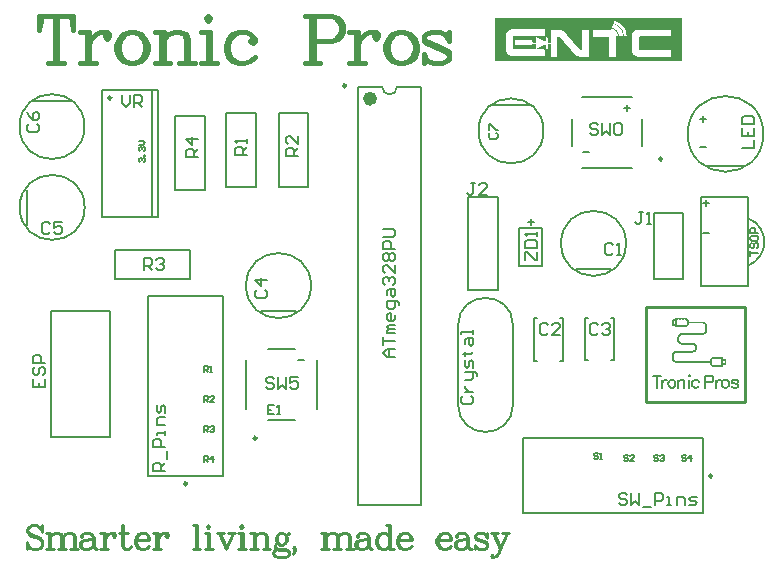
<source format=gto>
G04*
G04 #@! TF.GenerationSoftware,Altium Limited,Altium Designer,23.5.1 (21)*
G04*
G04 Layer_Color=65535*
%FSLAX44Y44*%
%MOMM*%
G71*
G04*
G04 #@! TF.SameCoordinates,AB7613CA-6E89-4F34-93EF-E32F2A1E61AB*
G04*
G04*
G04 #@! TF.FilePolarity,Positive*
G04*
G01*
G75*
%ADD10C,0.1500*%
%ADD11C,0.1270*%
%ADD12C,0.2500*%
%ADD13C,0.2000*%
%ADD14C,0.6000*%
%ADD15C,0.2540*%
%ADD16C,0.3810*%
%ADD17C,0.1778*%
G36*
X628308Y221639D02*
X629252Y221607D01*
X629472Y221513D01*
X629629Y221450D01*
X630416Y221040D01*
X630479Y220978D01*
X630542Y220946D01*
X630794Y220694D01*
X630841Y220679D01*
X630873Y220616D01*
X631030Y220458D01*
X631061Y220395D01*
X631282Y220112D01*
X631439Y219860D01*
X631470Y219734D01*
X631659Y219325D01*
X631754Y219011D01*
X631785Y218633D01*
X631927Y218460D01*
X632116Y218334D01*
X632336Y218302D01*
X633028Y218334D01*
X633154Y218302D01*
X633249Y218334D01*
X643917Y218302D01*
X644012Y218271D01*
X644327Y218239D01*
X644484Y218177D01*
X644720Y218129D01*
X644972Y218035D01*
X645428Y217799D01*
X645648Y217673D01*
X645711Y217610D01*
X645774Y217579D01*
X646168Y217280D01*
X646262Y217185D01*
X646294Y217122D01*
X646640Y216776D01*
X646671Y216713D01*
X646797Y216524D01*
X646829Y216461D01*
X646954Y216336D01*
X646986Y216273D01*
X647332Y215549D01*
X647411Y215187D01*
X647458Y215014D01*
X647521Y214762D01*
X647552Y214164D01*
X647584Y213660D01*
X647552Y213062D01*
X647521Y210734D01*
X647489Y210639D01*
X647458Y210293D01*
X647395Y210136D01*
X647364Y210010D01*
X647238Y209695D01*
X647190Y209522D01*
X647096Y209270D01*
X647018Y209160D01*
X646923Y209066D01*
X646892Y209003D01*
X646640Y208531D01*
X646530Y208452D01*
X646357Y208310D01*
X646215Y208137D01*
X646089Y208011D01*
X645806Y207854D01*
X645743Y207791D01*
X645696Y207775D01*
X645680Y207728D01*
X645617Y207697D01*
X645523Y207602D01*
X645239Y207476D01*
X644940Y207366D01*
X644814Y207335D01*
X644641Y207256D01*
X644437Y207177D01*
X644311Y207146D01*
X644059Y207114D01*
X643713Y207051D01*
X626923Y207036D01*
X626828Y207067D01*
X626199Y207036D01*
X626105Y207004D01*
X625806Y206957D01*
X625491Y206894D01*
X625239Y206800D01*
X625129Y206752D01*
X624956Y206611D01*
X624767Y206485D01*
X624720Y206438D01*
X624657Y206406D01*
X624484Y206233D01*
X624452Y206170D01*
X624342Y206060D01*
X624279Y206029D01*
X624169Y205824D01*
X623949Y205352D01*
X623854Y205037D01*
X623823Y204722D01*
X623854Y204125D01*
X623839Y202882D01*
X623870Y202346D01*
X623902Y202158D01*
X623996Y201906D01*
X624405Y201245D01*
X624452Y201198D01*
X624484Y201135D01*
X624594Y201025D01*
X624940Y200836D01*
X625098Y200678D01*
X625160Y200647D01*
X625444Y200521D01*
X625695Y200458D01*
X625916Y200427D01*
X626042Y200395D01*
X626356Y200364D01*
X626482Y200332D01*
X635027Y200348D01*
X635467Y200317D01*
X635845Y200254D01*
X636113Y200175D01*
X636443Y200096D01*
X637135Y199750D01*
X637387Y199593D01*
X637560Y199420D01*
X637623Y199388D01*
X637718Y199294D01*
X637781Y199262D01*
X638079Y198963D01*
X638111Y198900D01*
X638300Y198711D01*
X638520Y198302D01*
X638583Y198239D01*
X638615Y198176D01*
X638835Y197704D01*
X638898Y197547D01*
X638961Y197327D01*
X639055Y196949D01*
X639087Y196634D01*
X639118Y196414D01*
X639087Y195659D01*
X639055Y195564D01*
X638977Y195202D01*
X638945Y195045D01*
X638913Y194919D01*
X638819Y194667D01*
X638504Y194038D01*
X638378Y193849D01*
X638331Y193802D01*
X638300Y193739D01*
X638111Y193550D01*
X638079Y193487D01*
X637749Y193157D01*
X637686Y193125D01*
X637623Y193062D01*
X637560Y193031D01*
X637403Y192873D01*
X637356Y192858D01*
X637340Y192842D01*
X637120Y192685D01*
X637057Y192653D01*
X636836Y192527D01*
X636427Y192339D01*
X636050Y192244D01*
X635829Y192181D01*
X635704Y192150D01*
X635483Y192118D01*
X634413Y192087D01*
X621415Y192055D01*
X621321Y192024D01*
X621038Y191992D01*
X620943Y191961D01*
X620786Y191898D01*
X620723Y191866D01*
X620503Y191740D01*
X620219Y191583D01*
X619842Y191206D01*
X619779Y191174D01*
X619669Y191064D01*
X619606Y190907D01*
X619448Y190560D01*
X619354Y190340D01*
X619260Y189962D01*
X619228Y189459D01*
X619260Y186941D01*
X619323Y186784D01*
X619433Y186485D01*
X619779Y185887D01*
X619968Y185698D01*
X620031Y185667D01*
X620125Y185572D01*
X620188Y185541D01*
X620282Y185446D01*
X620345Y185415D01*
X620566Y185257D01*
X620849Y185131D01*
X620975Y185100D01*
X621289Y185069D01*
X621730Y185037D01*
X621824Y185006D01*
X622249Y185021D01*
X622265Y185006D01*
X622328Y185037D01*
X622422Y185006D01*
X624106Y185021D01*
X624500Y185006D01*
X624531Y185037D01*
X624626Y185006D01*
X625176Y185021D01*
X625695Y185006D01*
X625758Y185037D01*
X625853Y185006D01*
X625916Y185037D01*
X626010Y185006D01*
X626372Y185021D01*
X626451Y185006D01*
X626545Y185037D01*
X626640Y185006D01*
X626766Y185037D01*
X626797Y185006D01*
X626828Y185037D01*
X626891Y185006D01*
X626923Y185037D01*
X627017Y185006D01*
X628481Y185021D01*
X628969Y185006D01*
X629063Y185037D01*
X629283Y185006D01*
X636396Y185037D01*
X636427Y185006D01*
X636522Y185037D01*
X639118Y185021D01*
X641337Y185037D01*
X641368Y185006D01*
X641463Y185037D01*
X641557Y185006D01*
X643083Y185021D01*
X643225Y185006D01*
X643319Y185037D01*
X643382Y185006D01*
X643477Y185037D01*
X643980Y185006D01*
X649173Y185037D01*
X649346Y185179D01*
X649441Y185273D01*
X649504Y185431D01*
X649551Y185604D01*
X649582Y185761D01*
X649614Y185887D01*
X649708Y186139D01*
X649787Y186312D01*
X649913Y186595D01*
X649944Y186658D01*
X650086Y186831D01*
X650228Y186973D01*
X650259Y187036D01*
X650385Y187161D01*
X650416Y187224D01*
X650652Y187460D01*
X650715Y187492D01*
X650810Y187586D01*
X651030Y187712D01*
X651187Y187870D01*
X651502Y187964D01*
X651785Y188090D01*
X652163Y188184D01*
X652572Y188216D01*
X652887Y188247D01*
X658662Y188232D01*
X659213Y188247D01*
X659307Y188216D01*
X660031Y188247D01*
X660125Y188216D01*
X660377Y188153D01*
X660597Y188027D01*
X660645Y187980D01*
X660707Y187822D01*
X660755Y187618D01*
X660818Y187240D01*
X660849Y187114D01*
X660912Y186957D01*
X661022Y186784D01*
X661195Y186705D01*
X661589Y186721D01*
X661935Y186689D01*
X661982Y186674D01*
X662077Y186705D01*
X662486Y186737D01*
X662769Y186705D01*
X662863Y186737D01*
X663115Y186705D01*
X663367Y186548D01*
X663430Y186516D01*
X663477Y186469D01*
X663509Y186406D01*
X663603Y186186D01*
X663619Y186044D01*
X663587Y185792D01*
X663571Y185588D01*
X663603Y185494D01*
X663587Y184722D01*
X663603Y182063D01*
X663477Y181843D01*
X663367Y181733D01*
X663304Y181701D01*
X663021Y181575D01*
X662895Y181544D01*
X662800Y181575D01*
X662454Y181544D01*
X662360Y181512D01*
X661573Y181544D01*
X661038Y181512D01*
X660896Y181402D01*
X660833Y181245D01*
X660802Y181119D01*
X660770Y180647D01*
X660550Y180238D01*
X660503Y180191D01*
X660298Y180112D01*
X660047Y180049D01*
X659732Y180017D01*
X659118Y180002D01*
X659024Y180033D01*
X658552Y180065D01*
X658457Y180033D01*
X653327Y180002D01*
X653233Y179970D01*
X653139Y180002D01*
X652761Y180033D01*
X652667Y180065D01*
X652352Y180096D01*
X652226Y180128D01*
X651927Y180175D01*
X651675Y180269D01*
X651345Y180411D01*
X650999Y180600D01*
X650936Y180663D01*
X650873Y180694D01*
X650700Y180836D01*
X650590Y180914D01*
X650322Y181182D01*
X650291Y181245D01*
X650165Y181371D01*
X650133Y181434D01*
X649913Y181780D01*
X649787Y182000D01*
X649724Y182157D01*
X649693Y182283D01*
X649614Y182488D01*
X649567Y182535D01*
X649504Y182755D01*
X649472Y183133D01*
X649299Y183306D01*
X649173Y183338D01*
X645759Y183322D01*
X645460Y183338D01*
X645365Y183306D01*
X621384Y183338D01*
X621289Y183369D01*
X620990Y183416D01*
X620802Y183448D01*
X620644Y183479D01*
X620518Y183511D01*
X620267Y183605D01*
X620094Y183684D01*
X619795Y183794D01*
X619622Y183904D01*
X619527Y183999D01*
X619244Y184156D01*
X619118Y184282D01*
X619055Y184313D01*
X618992Y184376D01*
X618929Y184408D01*
X618756Y184581D01*
X618725Y184644D01*
X618599Y184770D01*
X618583Y184817D01*
X618536Y184832D01*
X618504Y184895D01*
X618316Y185084D01*
X618284Y185147D01*
X618221Y185210D01*
X617875Y185934D01*
X617749Y186343D01*
X617686Y186563D01*
X617654Y186973D01*
X617623Y187476D01*
X617592Y187885D01*
X617623Y188672D01*
X617654Y190277D01*
X617686Y190371D01*
X617718Y190718D01*
X617780Y190875D01*
X617906Y191158D01*
X618048Y191552D01*
X618095Y191599D01*
X618127Y191662D01*
X618190Y191725D01*
X618221Y191788D01*
X618378Y192008D01*
X618410Y192071D01*
X618520Y192213D01*
X618583Y192244D01*
X618630Y192291D01*
X618662Y192354D01*
X618756Y192449D01*
X618787Y192512D01*
X619086Y192811D01*
X619149Y192842D01*
X619338Y192968D01*
X619622Y193125D01*
X619684Y193188D01*
X619905Y193283D01*
X620109Y193361D01*
X620503Y193534D01*
X620865Y193613D01*
X621054Y193645D01*
X621211Y193676D01*
X621636Y193723D01*
X622706Y193692D01*
X626891Y193723D01*
X626954Y193692D01*
X627049Y193723D01*
X627175Y193692D01*
X627395Y193723D01*
X627521Y193692D01*
X627930Y193723D01*
X631707Y193692D01*
X631801Y193723D01*
X635294Y193755D01*
X635389Y193786D01*
X635719Y193865D01*
X635845Y193896D01*
X636301Y194101D01*
X636364Y194132D01*
X636537Y194274D01*
X636632Y194368D01*
X636663Y194431D01*
X637010Y194778D01*
X637041Y194841D01*
X637167Y195029D01*
X637198Y195155D01*
X637261Y195218D01*
X637324Y195375D01*
X637419Y195690D01*
X637450Y195816D01*
X637513Y196257D01*
X637466Y196556D01*
X637434Y196713D01*
X637371Y196965D01*
X637120Y197531D01*
X637072Y197579D01*
X637041Y197642D01*
X636899Y197815D01*
X636773Y197940D01*
X636711Y197972D01*
X636632Y198051D01*
X636600Y198113D01*
X636522Y198192D01*
X636459Y198224D01*
X636301Y198287D01*
X636018Y198444D01*
X635672Y198601D01*
X635546Y198633D01*
X635153Y198680D01*
X634964Y198711D01*
X634555Y198743D01*
X634319Y198759D01*
X634224Y198727D01*
X625727Y198759D01*
X625633Y198790D01*
X625113Y198900D01*
X624767Y199026D01*
X624248Y199262D01*
X624075Y199404D01*
X624027Y199451D01*
X623965Y199482D01*
X623870Y199577D01*
X623807Y199608D01*
X623587Y199766D01*
X623524Y199797D01*
X623445Y199876D01*
X623414Y199939D01*
X623225Y200128D01*
X623209Y200175D01*
X623162Y200191D01*
X623131Y200254D01*
X623068Y200285D01*
X623036Y200348D01*
X622973Y200411D01*
X622942Y200474D01*
X622816Y200694D01*
X622533Y201103D01*
X622470Y201324D01*
X622249Y202016D01*
X622218Y202236D01*
X622139Y203511D01*
X622171Y203763D01*
X622186Y203967D01*
X622155Y204062D01*
X622186Y204880D01*
X622218Y204974D01*
X622249Y205446D01*
X622312Y205604D01*
X622375Y205856D01*
X622422Y206029D01*
X622596Y206390D01*
X622627Y206453D01*
X622832Y206752D01*
X622879Y206800D01*
X622910Y206863D01*
X623068Y207083D01*
X623099Y207146D01*
X623288Y207335D01*
X623319Y207398D01*
X623430Y207476D01*
X623571Y207618D01*
X623603Y207681D01*
X623807Y207885D01*
X623870Y207917D01*
X624405Y208200D01*
X624562Y208295D01*
X624861Y208405D01*
X625318Y208546D01*
X625538Y208578D01*
X625664Y208609D01*
X625979Y208641D01*
X626419Y208672D01*
X626514Y208641D01*
X627584Y208672D01*
X641604Y208657D01*
X642659Y208672D01*
X642753Y208641D01*
X643162Y208672D01*
X643807Y208719D01*
X643933Y208751D01*
X644185Y208845D01*
X644311Y208877D01*
X644468Y208940D01*
X644578Y208987D01*
X644862Y209207D01*
X645082Y209365D01*
X645239Y209459D01*
X645318Y209538D01*
X645350Y209601D01*
X645538Y209947D01*
X645696Y210167D01*
X645727Y210230D01*
X645822Y210450D01*
X645869Y210875D01*
X645900Y211221D01*
X645932Y211630D01*
X645947Y213346D01*
X645916Y213440D01*
X645947Y213849D01*
X645916Y214321D01*
X645884Y214416D01*
X645853Y214636D01*
X645822Y214762D01*
X645774Y214998D01*
X645711Y215155D01*
X645585Y215344D01*
X645350Y215738D01*
X645255Y215832D01*
X645224Y215895D01*
X644925Y216194D01*
X644704Y216320D01*
X644421Y216477D01*
X644264Y216540D01*
X644043Y216572D01*
X643917Y216603D01*
X643760Y216666D01*
X643634Y216697D01*
X641006Y216713D01*
X633186Y216697D01*
X633091Y216729D01*
X632493Y216697D01*
X632399Y216729D01*
X632116Y216697D01*
X631895Y216540D01*
X631817Y216367D01*
X631785Y216241D01*
X631754Y215926D01*
X631691Y215769D01*
X631581Y215470D01*
X631235Y214872D01*
X631061Y214699D01*
X631030Y214636D01*
X630841Y214447D01*
X630810Y214384D01*
X630668Y214243D01*
X630605Y214211D01*
X630432Y214070D01*
X630385Y214022D01*
X630322Y213991D01*
X630196Y213865D01*
X629724Y213645D01*
X629441Y213519D01*
X629315Y213487D01*
X629094Y213456D01*
X628638Y213409D01*
X626781Y213377D01*
X624342Y213361D01*
X624248Y213393D01*
X621463Y213377D01*
X621148Y213409D01*
X620896Y213503D01*
X620613Y213786D01*
X620550Y213944D01*
X620518Y214070D01*
X620487Y214290D01*
X620456Y214573D01*
X620282Y214809D01*
X620125Y214872D01*
X619999Y214904D01*
X618536Y214888D01*
X618347Y214919D01*
X618221Y214951D01*
X617985Y215061D01*
X617922Y215124D01*
X617859Y215155D01*
X617780Y215234D01*
X617749Y215297D01*
X617654Y215517D01*
X617607Y217295D01*
X617592Y217815D01*
X617623Y217909D01*
X617639Y218712D01*
X617607Y218901D01*
X617592Y219074D01*
X617623Y219168D01*
X617670Y219404D01*
X617718Y219703D01*
X617812Y219860D01*
X617922Y219970D01*
X618142Y220065D01*
X618268Y220096D01*
X618489Y220128D01*
X620188Y220159D01*
X620408Y220285D01*
X620456Y220332D01*
X620487Y220458D01*
X620518Y221025D01*
X620581Y221182D01*
X620707Y221402D01*
X620817Y221481D01*
X621006Y221607D01*
X621227Y221639D01*
X621305Y221654D01*
X621321Y221639D01*
X621415Y221670D01*
X621510Y221639D01*
X622596Y221654D01*
X622643Y221639D01*
X622737Y221670D01*
X625522Y221654D01*
X625633Y221670D01*
X625727Y221639D01*
X626042Y221670D01*
X626640Y221639D01*
X627946Y221654D01*
X627993Y221639D01*
X628087Y221670D01*
X628308Y221639D01*
D02*
G37*
G36*
X626337Y475069D02*
X626329Y438561D01*
X568246D01*
X467587Y438569D01*
X467595Y475077D01*
X626337Y475069D01*
D02*
G37*
%LPC*%
G36*
X620094Y218523D02*
X619464Y218491D01*
X619385Y218413D01*
X619354Y218350D01*
X619228Y218066D01*
X619244Y217673D01*
X619228Y217657D01*
X619260Y217563D01*
X619228Y217248D01*
X619260Y216808D01*
X619401Y216635D01*
X619653Y216572D01*
X620251Y216603D01*
X620314Y216666D01*
X620377Y216697D01*
X620456Y216839D01*
X620487Y216965D01*
Y217626D01*
Y217657D01*
X620456Y218255D01*
X620314Y218428D01*
X620094Y218523D01*
D02*
G37*
G36*
X623178Y220065D02*
X623083Y220033D01*
X622360Y220002D01*
X622186Y219860D01*
X622092Y219640D01*
X622123Y218570D01*
X622108Y215911D01*
X622123Y215643D01*
X622092Y215549D01*
X622076Y215376D01*
X622108Y215218D01*
X622234Y215092D01*
X622360Y215061D01*
X622454Y215029D01*
X622580Y214998D01*
X623288Y215014D01*
X623807Y214998D01*
X623902Y215029D01*
X624688Y214998D01*
X627285Y215014D01*
X628056Y214998D01*
X628150Y215029D01*
X628622Y215061D01*
X628717Y215092D01*
X629157Y215155D01*
X629551Y215454D01*
X629928Y215832D01*
X630023Y216052D01*
X630070Y216257D01*
X630149Y216524D01*
X630180Y216650D01*
X630212Y216965D01*
X630227Y218019D01*
X630196Y218302D01*
X630133Y218680D01*
X630102Y218806D01*
X629865Y219262D01*
X629692Y219498D01*
X629629Y219530D01*
X629441Y219656D01*
X629378Y219687D01*
X629252Y219813D01*
X629189Y219845D01*
X629031Y219907D01*
X628780Y219939D01*
X628685Y219970D01*
X628433Y220033D01*
X627002Y220018D01*
X626262Y220033D01*
X626231D01*
X623697Y220018D01*
X623382Y220049D01*
X623178Y220065D01*
D02*
G37*
G36*
X658835Y186674D02*
X657576Y186642D01*
X657356Y186674D01*
X656459Y186658D01*
X656443Y186674D01*
X656349Y186642D01*
X656317Y186674D01*
X656223Y186642D01*
X655247Y186674D01*
X654004Y186658D01*
X653611Y186674D01*
X653516Y186642D01*
X652651Y186658D01*
X652525Y186626D01*
X652273Y186532D01*
X651927Y186375D01*
X651659Y186202D01*
X651486Y186028D01*
X651235Y185494D01*
X651172Y185336D01*
X651109Y185084D01*
X651124Y184502D01*
X651093Y183904D01*
X651077Y183353D01*
X651109Y183259D01*
X651156Y183054D01*
X651219Y182803D01*
X651313Y182551D01*
X651345Y182519D01*
X651360Y182504D01*
X651392Y182441D01*
X651911Y181922D01*
X651974Y181890D01*
X652257Y181764D01*
X652509Y181701D01*
X652729Y181670D01*
X653422Y181701D01*
X653516Y181670D01*
X658442Y181685D01*
X658898Y181670D01*
X659071Y181780D01*
X659102Y181843D01*
X659165Y182000D01*
X659181Y184848D01*
X659165Y184864D01*
X659197Y184895D01*
X659165Y184990D01*
X659197Y185556D01*
X659165Y185651D01*
X659181Y186359D01*
X659071Y186532D01*
X658961Y186642D01*
X658835Y186674D01*
D02*
G37*
G36*
X661730Y185163D02*
X661038Y185131D01*
X660975Y185069D01*
X660912Y185037D01*
X660833Y184864D01*
Y184738D01*
Y184707D01*
X660818Y183526D01*
X660849Y183401D01*
X660928Y183291D01*
X661006Y183212D01*
X661258Y183149D01*
X661526Y183165D01*
X661793Y183149D01*
X662014Y183275D01*
X662092Y183448D01*
X662124Y183574D01*
X662140Y184911D01*
X662061Y185021D01*
X662014Y185069D01*
X661951Y185100D01*
X661856Y185131D01*
X661730Y185163D01*
D02*
G37*
G36*
X568105Y470110D02*
X568042Y470094D01*
X567892Y470102D01*
X567814Y470070D01*
X567798Y470039D01*
X567727Y469952D01*
X567641Y469882D01*
X567625Y469677D01*
X567602Y469654D01*
X567523Y469607D01*
X567500Y469583D01*
X567484Y469520D01*
X567492Y469135D01*
X567468Y469080D01*
X567444Y469056D01*
X567366Y469009D01*
X567342Y468986D01*
X567327Y468923D01*
X567342Y468813D01*
X567287Y468742D01*
X567209Y468695D01*
X567185Y468624D01*
X567169Y468325D01*
X567130Y468286D01*
X567052Y468239D01*
X567036Y468176D01*
X567028Y468153D01*
X567044Y468105D01*
X567028Y468042D01*
X567004Y468003D01*
X566973Y467988D01*
X566886Y467917D01*
X566871Y467288D01*
X566831Y467249D01*
X566800Y467233D01*
X566761Y467209D01*
X566745Y467146D01*
X566761Y467099D01*
X566784Y467076D01*
X567004Y467060D01*
X567083Y466934D01*
X567193Y466918D01*
X567350Y466934D01*
X567444Y466918D01*
X567468Y466895D01*
X567523Y466793D01*
X567586Y466777D01*
X567743Y466761D01*
X567782Y466722D01*
X567830Y466643D01*
X567900Y466620D01*
X568010Y466636D01*
X568081Y466581D01*
X568128Y466502D01*
X568152Y466478D01*
X568356Y466463D01*
X568380Y466439D01*
X568396Y466408D01*
X568451Y466337D01*
X568545Y466321D01*
X568592Y466337D01*
X568671Y466290D01*
X568694Y466266D01*
X568710Y466235D01*
X568733Y466195D01*
X568796Y466180D01*
X568954Y466164D01*
X568977Y466140D01*
X569024Y466062D01*
X569064Y466022D01*
X569095Y466007D01*
X569134Y465983D01*
X569150Y465952D01*
X569205Y465881D01*
X569394Y465865D01*
X569433Y465826D01*
X569449Y465795D01*
X569488Y465740D01*
X569519Y465724D01*
X569590Y465669D01*
X569606Y465637D01*
X569630Y465598D01*
X569661Y465582D01*
X569692Y465551D01*
X569724Y465535D01*
X569763Y465496D01*
X569779Y465465D01*
X569818Y465425D01*
X569850Y465410D01*
X569889Y465370D01*
X569905Y465339D01*
X569960Y465268D01*
X570164Y465252D01*
X570187Y465229D01*
X570235Y465150D01*
X570258Y465126D01*
X570290Y465111D01*
X570360Y465040D01*
X570376Y465009D01*
X570415Y464969D01*
X570447Y464954D01*
X570502Y464899D01*
X570518Y464867D01*
X570557Y464828D01*
X570588Y464812D01*
X570643Y464773D01*
X570659Y464710D01*
X570675Y464568D01*
X570714Y464529D01*
X570746Y464514D01*
X570816Y464443D01*
X570832Y464411D01*
X570871Y464372D01*
X570903Y464356D01*
X570974Y464286D01*
X570989Y464254D01*
X571029Y464215D01*
X571060Y464199D01*
X571099Y464160D01*
X571115Y464128D01*
X571138Y464089D01*
X571170Y464073D01*
X571201Y464042D01*
X571233Y464026D01*
X571296Y463932D01*
X571327Y463916D01*
X571414Y463845D01*
X571429Y463641D01*
X571524Y463578D01*
X571555Y463547D01*
X571571Y463515D01*
X571626Y463460D01*
X571657Y463445D01*
X571697Y463421D01*
X571712Y463358D01*
X571728Y463201D01*
X571767Y463162D01*
X571846Y463114D01*
X571870Y463044D01*
X571854Y462949D01*
X571901Y462871D01*
X571987Y462816D01*
X572011Y462792D01*
X572027Y462682D01*
X572011Y462619D01*
X572027Y462446D01*
X572066Y462407D01*
X572145Y462360D01*
X572168Y462336D01*
X572160Y462046D01*
X572184Y461991D01*
X572223Y461951D01*
X572302Y461904D01*
X572325Y461818D01*
X572310Y461566D01*
X572380Y461495D01*
X572451Y461456D01*
X572467Y461393D01*
X572459Y460867D01*
X572475Y460804D01*
X572506Y460756D01*
X572585Y460709D01*
X572608Y460686D01*
X572624Y460623D01*
X572616Y460411D01*
X572624Y459900D01*
X572608Y459853D01*
X572632Y459735D01*
X572663Y459703D01*
X572726Y459688D01*
X576043Y459703D01*
X576082Y459743D01*
X576098Y459947D01*
X576137Y459986D01*
X576169Y460002D01*
X576224Y460041D01*
X576240Y460104D01*
X576224Y460230D01*
X576184Y460269D01*
X576153Y460285D01*
X576098Y460324D01*
X576082Y460387D01*
X576090Y461102D01*
X576067Y461157D01*
X576043Y461181D01*
X575964Y461228D01*
X575941Y461252D01*
X575925Y461315D01*
X575941Y461566D01*
X575925Y462195D01*
X575886Y462234D01*
X575807Y462281D01*
X575784Y462352D01*
X575768Y462415D01*
X575784Y462462D01*
X575792Y462580D01*
X575776Y462643D01*
X575760Y462674D01*
X575729Y462690D01*
X575658Y462729D01*
X575642Y462761D01*
X575626Y462808D01*
X575634Y463004D01*
X575626Y463091D01*
X575642Y463138D01*
X575626Y463248D01*
X575587Y463287D01*
X575508Y463335D01*
X575485Y463358D01*
X575469Y463562D01*
X575430Y463602D01*
X575351Y463649D01*
X575328Y463672D01*
X575312Y463877D01*
X575186Y463955D01*
X575178Y464042D01*
X575186Y464144D01*
X575131Y464199D01*
X575053Y464246D01*
X575029Y464270D01*
X575013Y464474D01*
X574990Y464498D01*
X574911Y464545D01*
X574888Y464568D01*
X574872Y464631D01*
X574888Y464867D01*
X574848Y464938D01*
X574817Y464954D01*
X574746Y465009D01*
X574730Y465040D01*
X574691Y465095D01*
X574660Y465111D01*
X574573Y465182D01*
X574557Y465370D01*
X574518Y465410D01*
X574487Y465425D01*
X574432Y465480D01*
X574416Y465512D01*
X574361Y465567D01*
X574330Y465582D01*
X574290Y465606D01*
X574274Y465669D01*
X574259Y465826D01*
X574220Y465865D01*
X574149Y465905D01*
X574133Y465936D01*
X574078Y466007D01*
X574047Y466022D01*
X573960Y466109D01*
X573944Y466140D01*
X573921Y466164D01*
X573842Y466211D01*
X573819Y466282D01*
X573803Y466439D01*
X573709Y466502D01*
X573677Y466533D01*
X573661Y466565D01*
X573606Y466620D01*
X573575Y466636D01*
X573520Y466691D01*
X573504Y466895D01*
X573481Y466918D01*
X573394Y466926D01*
X573308Y466918D01*
X573221Y466989D01*
X573206Y467021D01*
X573135Y467091D01*
X573103Y467107D01*
X573080Y467131D01*
X573064Y467162D01*
X572993Y467233D01*
X572962Y467249D01*
X572923Y467288D01*
X572907Y467319D01*
X572836Y467390D01*
X572805Y467406D01*
X572766Y467445D01*
X572750Y467477D01*
X572695Y467532D01*
X572663Y467547D01*
X572624Y467587D01*
X572608Y467618D01*
X572537Y467689D01*
X572435Y467744D01*
X572420Y467775D01*
X572396Y467799D01*
X572333Y467815D01*
X572302D01*
X572207Y467846D01*
X572168Y467885D01*
X572152Y467964D01*
X572168Y468011D01*
X572152Y468090D01*
X572113Y468129D01*
X571909Y468145D01*
X571870Y468184D01*
X571822Y468262D01*
X571728Y468325D01*
X571712Y468357D01*
X571657Y468428D01*
X571594Y468443D01*
X571531Y468428D01*
X571445Y468451D01*
X571366Y468561D01*
X571343Y468585D01*
X571311Y468601D01*
X571256Y468656D01*
X571241Y468687D01*
X571186Y468742D01*
X571154Y468758D01*
X571099Y468813D01*
X571083Y468844D01*
X571044Y468884D01*
X570856Y468899D01*
X570816Y468938D01*
X570769Y469017D01*
X570746Y469041D01*
X570541Y469056D01*
X570518Y469080D01*
X570470Y469159D01*
X570447Y469182D01*
X570384Y469198D01*
X570290Y469182D01*
X570219Y469221D01*
X570164Y469324D01*
X570054Y469355D01*
X569944Y469339D01*
X569787Y469355D01*
X569708Y469481D01*
X569645Y469496D01*
X569488Y469512D01*
X569449Y469552D01*
X569402Y469630D01*
X569339Y469646D01*
X569221Y469638D01*
X569166Y469677D01*
X569150Y469709D01*
X569095Y469780D01*
X569064Y469795D01*
X569008Y469850D01*
X568961Y469929D01*
X568906Y469937D01*
X568867Y469913D01*
X568804Y469803D01*
X568733Y469795D01*
X568694Y469835D01*
X568639Y469937D01*
X568576Y469952D01*
X568325Y469937D01*
X568238Y470007D01*
X568191Y470086D01*
X568105Y470110D01*
D02*
G37*
G36*
X567036Y466337D02*
X566973Y466321D01*
X566525Y466329D01*
X566470Y466306D01*
X566431Y466266D01*
X566415Y466156D01*
X566431Y466109D01*
X566438Y466007D01*
X566423Y465928D01*
X566376Y465881D01*
X566297Y465834D01*
X566273Y465763D01*
X566258Y465606D01*
X566234Y465582D01*
X566156Y465535D01*
X566132Y465512D01*
X566116Y465402D01*
X566132Y465292D01*
X566116Y465166D01*
X566077Y465126D01*
X565998Y465079D01*
X565975Y465056D01*
X565959Y464851D01*
X565935Y464828D01*
X565872Y464812D01*
X551136Y464820D01*
X551081Y464796D01*
X551041Y464757D01*
X551002Y464686D01*
X550971Y464671D01*
X550884Y464600D01*
X550900Y459130D01*
X550939Y459090D01*
X551002Y459075D01*
X551214Y459082D01*
X563782Y459075D01*
X563829Y459090D01*
X563970Y459075D01*
X564010Y459035D01*
X564025Y458925D01*
X564010Y458815D01*
X564025Y441933D01*
X564049Y441893D01*
X564112Y441878D01*
X569865Y441893D01*
X569889Y441917D01*
X569905Y441980D01*
X569889Y442090D01*
X569928Y442160D01*
X569960Y442176D01*
X570046Y442247D01*
X570054Y442349D01*
X570046Y459350D01*
X570062Y459397D01*
X570046Y459460D01*
X569991Y459515D01*
X569912Y459562D01*
X569905Y459648D01*
X569944Y459688D01*
X570007Y459703D01*
X570211Y459688D01*
X571814Y459703D01*
X571854Y459743D01*
X571870Y459853D01*
X571854Y459963D01*
X571862Y460662D01*
X571799Y460741D01*
X571720Y460788D01*
X571697Y460874D01*
X571712Y460984D01*
X571697Y461456D01*
X571673Y461480D01*
X571571Y461535D01*
X571555Y461598D01*
X571563Y461857D01*
X571539Y461912D01*
X571516Y461936D01*
X571437Y461983D01*
X571414Y462006D01*
X571398Y462069D01*
X571414Y462321D01*
X571374Y462376D01*
X571343Y462391D01*
X571256Y462462D01*
X571249Y462564D01*
X571264Y462690D01*
X571272Y462714D01*
X571241Y462808D01*
X571217Y462831D01*
X571186Y462847D01*
X571115Y462902D01*
X571068Y462981D01*
X570981Y463036D01*
X570958Y463059D01*
X570942Y463264D01*
X570918Y463287D01*
X570840Y463335D01*
X570816Y463358D01*
X570801Y463390D01*
X570730Y463460D01*
X570698Y463476D01*
X570659Y463515D01*
X570643Y463547D01*
X570573Y463618D01*
X570541Y463633D01*
X570502Y463672D01*
X570486Y463861D01*
X570447Y463900D01*
X570368Y463948D01*
X570345Y464018D01*
X570329Y464175D01*
X570305Y464199D01*
X570243Y464215D01*
X570085Y464230D01*
X570062Y464254D01*
X570015Y464333D01*
X569991Y464356D01*
X569960Y464372D01*
X569905Y464411D01*
X569889Y464521D01*
X569905Y464568D01*
X569857Y464647D01*
X569787Y464671D01*
X569739Y464655D01*
X569645Y464671D01*
X569622Y464694D01*
X569606Y464726D01*
X569535Y464812D01*
X569504Y464828D01*
X569449Y464883D01*
X569433Y464914D01*
X569394Y464954D01*
X569362Y464969D01*
X569291Y465040D01*
X569276Y465071D01*
X569236Y465111D01*
X569205Y465126D01*
X569134Y465197D01*
X569119Y465229D01*
X569079Y465268D01*
X569048Y465284D01*
X568977Y465354D01*
X568961Y465386D01*
X568938Y465410D01*
X568875Y465425D01*
X568781Y465410D01*
X568710Y465449D01*
X568655Y465551D01*
X568592Y465567D01*
X568435Y465582D01*
X568396Y465622D01*
X568348Y465700D01*
X568325Y465724D01*
X568120Y465740D01*
X568065Y465826D01*
X568026Y465865D01*
X567995Y465881D01*
X567940Y465936D01*
X567924Y465967D01*
X567869Y466022D01*
X567664Y466007D01*
X567649D01*
X567555Y466022D01*
X567500Y466062D01*
X567460Y466148D01*
X567382Y466180D01*
X567264Y466172D01*
X567209Y466195D01*
X567146Y466306D01*
X567036Y466337D01*
D02*
G37*
G36*
X509566Y465881D02*
X509314Y465865D01*
X483668Y465873D01*
X483605Y465842D01*
X483550Y465740D01*
X483472Y465708D01*
X483220Y465724D01*
X481978Y465708D01*
X481923Y465653D01*
X481884Y465582D01*
X481821Y465567D01*
X481420Y465574D01*
X481365Y465551D01*
X481326Y465512D01*
X481279Y465433D01*
X481208Y465410D01*
X481004Y465425D01*
X480956Y465410D01*
X480909Y465425D01*
X480768Y465410D01*
X480728Y465370D01*
X480681Y465292D01*
X480658Y465268D01*
X480548Y465252D01*
X480501Y465268D01*
X480312Y465252D01*
X480273Y465213D01*
X480225Y465134D01*
X480155Y465111D01*
X480053Y465119D01*
X479998Y465095D01*
X479974Y465071D01*
X479927Y464993D01*
X479903Y464969D01*
X479699Y464954D01*
X479675Y464930D01*
X479620Y464828D01*
X479557Y464812D01*
X479400Y464796D01*
X479361Y464757D01*
X479322Y464686D01*
X479290Y464671D01*
X479220Y464616D01*
X479204Y464584D01*
X479180Y464545D01*
X479149Y464529D01*
X479117Y464498D01*
X479086Y464482D01*
X479062Y464459D01*
X479015Y464380D01*
X478944Y464356D01*
X478842Y464364D01*
X478787Y464341D01*
X478724Y464246D01*
X478693Y464215D01*
X478661Y464199D01*
X478606Y464144D01*
X478591Y464113D01*
X478551Y464073D01*
X478520Y464058D01*
X478449Y463987D01*
X478433Y463955D01*
X478394Y463916D01*
X478363Y463900D01*
X478292Y463830D01*
X478276Y463798D01*
X478237Y463759D01*
X478205Y463743D01*
X478150Y463688D01*
X478135Y463657D01*
X478080Y463602D01*
X478048Y463586D01*
X478009Y463547D01*
X477993Y463484D01*
X478009Y463421D01*
X477993Y463358D01*
X477954Y463319D01*
X477875Y463272D01*
X477852Y463248D01*
X477797Y463146D01*
X477765Y463130D01*
X477710Y463075D01*
X477695Y462902D01*
X477655Y462863D01*
X477577Y462816D01*
X477553Y462792D01*
X477537Y462682D01*
X477553Y462619D01*
X477537Y462305D01*
X477482Y462250D01*
X477412Y462211D01*
X477396Y462148D01*
X477388Y462093D01*
X477412Y461912D01*
X477357Y461810D01*
X477278Y461763D01*
X477254Y461739D01*
X477239Y461676D01*
X477254Y461456D01*
X477239Y461409D01*
X477247Y460819D01*
X477207Y460764D01*
X477184Y460741D01*
X477105Y460694D01*
X477082Y460607D01*
X477097Y460497D01*
X477090Y448024D01*
X477121Y447945D01*
X477231Y447867D01*
X477254Y447796D01*
X477239Y447497D01*
X477247Y447096D01*
X477239Y446947D01*
X477309Y446861D01*
X477380Y446821D01*
X477412Y446711D01*
X477396Y446601D01*
X477412Y446444D01*
X477537Y446366D01*
X477553Y446303D01*
X477545Y446043D01*
X477569Y445988D01*
X477593Y445965D01*
X477679Y445925D01*
X477695Y445862D01*
X477710Y445705D01*
X477750Y445666D01*
X477828Y445619D01*
X477852Y445548D01*
X477868Y445391D01*
X477891Y445367D01*
X477970Y445320D01*
X477993Y445297D01*
X478009Y445265D01*
X478048Y445210D01*
X478127Y445163D01*
X478150Y445139D01*
X478166Y444935D01*
X478261Y444872D01*
X478308Y444825D01*
X478324Y444794D01*
X478363Y444754D01*
X478394Y444739D01*
X478449Y444683D01*
X478465Y444652D01*
X478489Y444613D01*
X478551Y444597D01*
X478709Y444581D01*
X478748Y444542D01*
X478764Y444511D01*
X478787Y444471D01*
X478819Y444455D01*
X478850Y444424D01*
X478881Y444408D01*
X478921Y444353D01*
X478992Y444283D01*
X479023Y444267D01*
X479047Y444243D01*
X479062Y444212D01*
X479149Y444126D01*
X479180Y444110D01*
X479204Y444086D01*
X479220Y444055D01*
X479243Y444015D01*
X479274Y444000D01*
X479384Y443921D01*
X479432Y443874D01*
X479510Y443843D01*
X479762Y443827D01*
X479801Y443787D01*
X479848Y443709D01*
X479919Y443685D01*
X480021Y443693D01*
X480076Y443670D01*
X480100Y443646D01*
X480147Y443567D01*
X480171Y443544D01*
X480375Y443528D01*
X480398Y443504D01*
X480446Y443426D01*
X480485Y443387D01*
X480776Y443395D01*
X480831Y443371D01*
X480854Y443347D01*
X480901Y443269D01*
X480925Y443245D01*
X480988Y443229D01*
X481239Y443245D01*
X481310Y443190D01*
X481357Y443111D01*
X481381Y443088D01*
X482183Y443072D01*
X482222Y443033D01*
X482269Y442954D01*
X482340Y442931D01*
X482536Y442939D01*
X483079Y442931D01*
X483126Y442947D01*
X483236Y442931D01*
X483291Y442876D01*
X483307Y442844D01*
X483330Y442821D01*
X483393Y442836D01*
X483487Y442931D01*
X483550Y442947D01*
X483802Y442931D01*
X486505D01*
X509747Y442939D01*
X509911Y442931D01*
X509982Y442986D01*
X509998Y443049D01*
X509982Y443395D01*
X509990Y448291D01*
X509951Y448346D01*
X509856Y448409D01*
X509841Y448440D01*
X509786Y448511D01*
X509754Y448527D01*
X509715Y448550D01*
X509699Y448582D01*
X509629Y448668D01*
X509534Y448684D01*
X509487Y448668D01*
X483472Y448684D01*
X483448Y448708D01*
X483401Y448786D01*
X483377Y448810D01*
X483346Y448825D01*
X483291Y448865D01*
X483275Y448928D01*
X483259Y449085D01*
X483236Y449109D01*
X483157Y449156D01*
X483134Y449179D01*
X483118Y449289D01*
X483134Y449399D01*
X483126Y459593D01*
X483149Y459648D01*
X483173Y459672D01*
X483251Y459719D01*
X483275Y459743D01*
X483291Y459774D01*
X483362Y459845D01*
X483393Y459860D01*
X483432Y459900D01*
X483479Y459978D01*
X483668Y459994D01*
X483715Y460026D01*
X483762Y460104D01*
X483802Y460144D01*
X509747Y460136D01*
X509801Y460159D01*
X509825Y460183D01*
X509841Y460214D01*
X509896Y460269D01*
X509927Y460285D01*
X509982Y460324D01*
X509967Y460419D01*
X509943Y460442D01*
X509856Y460481D01*
X509825Y460560D01*
X509841Y460717D01*
X509833Y465315D01*
X509856Y465370D01*
X509880Y465394D01*
X509959Y465441D01*
X509982Y465465D01*
X509967Y465543D01*
X509943Y465567D01*
X509911Y465582D01*
X509841Y465637D01*
X509825Y465669D01*
X509770Y465724D01*
X509739Y465740D01*
X509684Y465795D01*
X509668Y465826D01*
X509629Y465865D01*
X509566Y465881D01*
D02*
G37*
G36*
X616222Y465425D02*
X616057Y465417D01*
X589876Y465425D01*
X589829Y465410D01*
X589601Y465417D01*
X589546Y465378D01*
X589522Y465354D01*
X589507Y465323D01*
X589483Y465284D01*
X589420Y465268D01*
X589373Y465252D01*
X589326Y465268D01*
X588563Y465276D01*
X588508Y465252D01*
X588485Y465229D01*
X588469Y465166D01*
X588430Y465126D01*
X588383Y465111D01*
X588328Y465150D01*
X588273Y465252D01*
X588210Y465268D01*
X588171Y465244D01*
X588108Y465134D01*
X588084Y465111D01*
X587793Y465119D01*
X587738Y465095D01*
X587683Y465009D01*
X587644Y464969D01*
X587534Y464954D01*
X587471Y464969D01*
X587157Y464954D01*
X587102Y464899D01*
X587062Y464828D01*
X586999Y464812D01*
X586740Y464820D01*
X586677Y464789D01*
X586661Y464757D01*
X586606Y464671D01*
X586512Y464655D01*
X586465Y464671D01*
X586402Y464655D01*
X586363Y464616D01*
X586316Y464537D01*
X586292Y464514D01*
X586088Y464498D01*
X586064Y464474D01*
X586017Y464396D01*
X585993Y464372D01*
X585962Y464356D01*
X585923Y464333D01*
X585907Y464301D01*
X585836Y464215D01*
X585648Y464199D01*
X585608Y464160D01*
X585592Y464128D01*
X585522Y464058D01*
X585490Y464042D01*
X585451Y464003D01*
X585435Y463971D01*
X585365Y463900D01*
X585333Y463885D01*
X585294Y463845D01*
X585278Y463814D01*
X585223Y463759D01*
X585192Y463743D01*
X585152Y463704D01*
X585137Y463672D01*
X585066Y463602D01*
X585034Y463586D01*
X584995Y463547D01*
X584979Y463515D01*
X584924Y463460D01*
X584893Y463445D01*
X584838Y463390D01*
X584822Y463358D01*
X584767Y463303D01*
X584736Y463287D01*
X584697Y463248D01*
X584689Y463177D01*
X584697Y463091D01*
X584626Y463004D01*
X584594Y462989D01*
X584524Y462918D01*
X584508Y462887D01*
X584484Y462863D01*
X584453Y462847D01*
X584398Y462808D01*
X584382Y462745D01*
X584390Y462643D01*
X584366Y462588D01*
X584343Y462564D01*
X584264Y462517D01*
X584241Y462494D01*
X584225Y462289D01*
X584099Y462211D01*
X584083Y462148D01*
X584091Y461904D01*
X584060Y461825D01*
X583950Y461747D01*
X583926Y461676D01*
X583942Y461425D01*
X583887Y461354D01*
X583808Y461307D01*
X583785Y461283D01*
X583769Y460340D01*
X583714Y460285D01*
X583643Y460246D01*
X583628Y460183D01*
X583635Y460002D01*
X583628Y447906D01*
X583643Y447890D01*
X583628Y447843D01*
X583643Y447670D01*
X583683Y447631D01*
X583769Y447592D01*
X583785Y447529D01*
X583738Y447450D01*
X583675Y447403D01*
X583667Y447364D01*
X583730Y447301D01*
X583761Y447285D01*
X583785Y447214D01*
X583777Y446672D01*
X583793Y446609D01*
X583840Y446562D01*
X583918Y446515D01*
X583942Y446444D01*
X583926Y446193D01*
X583997Y446106D01*
X584076Y446059D01*
X584091Y445996D01*
X584099Y445925D01*
X584083Y445878D01*
X584099Y445690D01*
X584225Y445611D01*
X584241Y445548D01*
X584256Y445391D01*
X584296Y445352D01*
X584343Y445336D01*
X584382Y445297D01*
X584390Y445242D01*
X584382Y445124D01*
X584421Y445069D01*
X584524Y445014D01*
X584539Y444951D01*
X584555Y444794D01*
X584594Y444754D01*
X584626Y444739D01*
X584697Y444668D01*
X584712Y444636D01*
X584752Y444597D01*
X584783Y444581D01*
X584854Y444511D01*
X584869Y444479D01*
X584893Y444455D01*
X584924Y444440D01*
X584995Y444369D01*
X585011Y444338D01*
X585050Y444298D01*
X585082Y444283D01*
X585152Y444212D01*
X585168Y444180D01*
X585192Y444157D01*
X585223Y444141D01*
X585309Y444055D01*
X585325Y444023D01*
X585349Y444000D01*
X585380Y443984D01*
X585451Y443913D01*
X585467Y443882D01*
X585506Y443843D01*
X585537Y443827D01*
X585608Y443756D01*
X585624Y443725D01*
X585648Y443701D01*
X585710Y443685D01*
X585812Y443693D01*
X585868Y443654D01*
X585891Y443630D01*
X585907Y443599D01*
X585962Y443544D01*
X585993Y443528D01*
X586048Y443473D01*
X586088Y443402D01*
X586151Y443387D01*
X586308Y443371D01*
X586347Y443332D01*
X586394Y443253D01*
X586465Y443229D01*
X586528Y443245D01*
X586606Y443229D01*
X586630Y443206D01*
X586677Y443127D01*
X586716Y443088D01*
X586819Y443080D01*
X586976Y443096D01*
X587039Y443080D01*
X587086Y443049D01*
X587133Y442970D01*
X587172Y442931D01*
X587322Y442939D01*
X587377Y442899D01*
X587400Y442876D01*
X587416Y442844D01*
X587455Y442805D01*
X587502Y442821D01*
X587542Y442860D01*
X587557Y442892D01*
X587597Y442931D01*
X587691Y442915D01*
X587770Y442789D01*
X587832Y442774D01*
X588037Y442789D01*
X588257Y442774D01*
X588312Y442719D01*
X588351Y442648D01*
X588414Y442632D01*
X589271Y442640D01*
X589326Y442616D01*
X589349Y442593D01*
X589365Y442561D01*
X589404Y442506D01*
X589467Y442522D01*
X589507Y442561D01*
X589522Y442593D01*
X589562Y442632D01*
X589640Y442616D01*
X589679Y442577D01*
X589695Y442530D01*
X589750Y442475D01*
X590143Y442491D01*
X616450Y442483D01*
X616528Y442546D01*
X616512Y448016D01*
X616473Y448055D01*
X616442Y448071D01*
X616371Y448142D01*
X616355Y448173D01*
X616316Y448213D01*
X616206Y448228D01*
X616143Y448213D01*
X590159Y448228D01*
X590135Y448252D01*
X590120Y448283D01*
X590065Y448354D01*
X590002Y448370D01*
X589845Y448385D01*
X589821Y448456D01*
X589805Y448629D01*
X589782Y448653D01*
X589679Y448708D01*
X589664Y448770D01*
X589679Y459193D01*
X589703Y459216D01*
X589805Y459271D01*
X589821Y459334D01*
X589837Y459507D01*
X589860Y459530D01*
X590080Y459546D01*
X590104Y459570D01*
X590159Y459672D01*
X590222Y459688D01*
X616348Y459703D01*
X616371Y459774D01*
X616387Y459947D01*
X616410Y459971D01*
X616489Y460018D01*
X616528Y460057D01*
Y461299D01*
Y461315D01*
X616512Y464757D01*
X616473Y464796D01*
X616395Y464844D01*
X616371Y464899D01*
X616410Y464954D01*
X616520Y465017D01*
X616528Y465071D01*
X616473Y465126D01*
X616426Y465142D01*
X616387Y465166D01*
X616371Y465229D01*
X616355Y465386D01*
X616332Y465410D01*
X616222Y465425D01*
D02*
G37*
G36*
X547009D02*
X546781Y465417D01*
X541885Y465425D01*
X541838Y465410D01*
X541633Y465425D01*
X541555Y465378D01*
X541531Y465354D01*
X541515Y465323D01*
X541460Y465268D01*
X541429Y465252D01*
X541390Y465213D01*
X541374Y465150D01*
X541382Y464969D01*
X541374Y448425D01*
X541390Y448377D01*
X541374Y448268D01*
X541335Y448228D01*
X541272Y448213D01*
X540517Y448228D01*
X540494Y448252D01*
X540446Y448330D01*
X540407Y448370D01*
X540116Y448362D01*
X540061Y448385D01*
X540038Y448409D01*
X539991Y448488D01*
X539967Y448511D01*
X539904Y448527D01*
X539841Y448511D01*
X539763Y448527D01*
X539739Y448550D01*
X539692Y448629D01*
X539653Y448668D01*
X539621Y448684D01*
X539566Y448739D01*
X539550Y448770D01*
X539527Y448810D01*
X539464Y448825D01*
X539362Y448818D01*
X539307Y448841D01*
X539268Y448881D01*
X539252Y448912D01*
X539228Y448951D01*
X539197Y448967D01*
X539126Y449022D01*
X539110Y449053D01*
X539024Y449140D01*
X538992Y449156D01*
X538969Y449179D01*
X538953Y449211D01*
X538882Y449281D01*
X538851Y449297D01*
X538827Y449321D01*
X538812Y449352D01*
X538725Y449439D01*
X538694Y449454D01*
X538670Y449478D01*
X538654Y449509D01*
X538584Y449580D01*
X538552Y449596D01*
X538529Y449619D01*
X538513Y449651D01*
X538427Y449737D01*
X538395Y449753D01*
X538372Y449777D01*
X538356Y449808D01*
X538269Y449894D01*
X538238Y449910D01*
X538214Y449934D01*
X538199Y449965D01*
X538128Y450036D01*
X538096Y450052D01*
X538073Y450075D01*
X538057Y450107D01*
X537971Y450193D01*
X537939Y450209D01*
X537916Y450232D01*
X537900Y450264D01*
X537829Y450335D01*
X537798Y450350D01*
X537774Y450374D01*
X537758Y450405D01*
X537727Y450437D01*
X537719Y450460D01*
X537688Y450476D01*
X537601Y450547D01*
X537585Y450735D01*
X537546Y450775D01*
X537515Y450790D01*
X537444Y450861D01*
X537428Y450893D01*
X537405Y450916D01*
X537373Y450932D01*
X537303Y451003D01*
X537287Y451034D01*
X537248Y451073D01*
X537216Y451089D01*
X537161Y451144D01*
X537145Y451176D01*
X537090Y451231D01*
X537059Y451246D01*
X537004Y451301D01*
X536988Y451333D01*
X536933Y451388D01*
X536902Y451404D01*
X536847Y451459D01*
X536831Y451490D01*
X536792Y451529D01*
X536760Y451545D01*
X536705Y451600D01*
X536689Y451632D01*
X536634Y451687D01*
X536603Y451702D01*
X536564Y451726D01*
X536548Y451789D01*
X536532Y451946D01*
X536438Y452009D01*
X536407Y452040D01*
X536391Y452072D01*
X536304Y452158D01*
X536273Y452174D01*
X536210Y452268D01*
X536179Y452284D01*
X536147Y452315D01*
X536124Y452323D01*
X536108Y452355D01*
X536053Y452425D01*
X536021Y452441D01*
X535951Y452496D01*
X535935Y452575D01*
X535951Y452622D01*
X535935Y452700D01*
X535841Y452763D01*
X535793Y452810D01*
X535778Y452842D01*
X535723Y452897D01*
X535691Y452913D01*
X535652Y452952D01*
X535636Y452983D01*
X535581Y453038D01*
X535550Y453054D01*
X535495Y453109D01*
X535479Y453140D01*
X535424Y453195D01*
X535393Y453211D01*
X535353Y453251D01*
X535338Y453282D01*
X535267Y453353D01*
X535235Y453368D01*
X535196Y453408D01*
X535180Y453439D01*
X535110Y453510D01*
X535078Y453526D01*
X535039Y453565D01*
X535023Y453596D01*
X534968Y453651D01*
X534937Y453667D01*
X534897Y453706D01*
X534882Y453738D01*
X534811Y453809D01*
X534780Y453824D01*
X534740Y453864D01*
X534725Y454052D01*
X534685Y454091D01*
X534654Y454107D01*
X534615Y454131D01*
X534599Y454162D01*
X534567Y454194D01*
X534552Y454225D01*
X534497Y454264D01*
X534426Y454335D01*
X534410Y454367D01*
X534387Y454390D01*
X534355Y454406D01*
X534284Y454477D01*
X534269Y454508D01*
X534229Y454547D01*
X534198Y454563D01*
X534127Y454634D01*
X534112Y454665D01*
X534072Y454705D01*
X534041Y454720D01*
X533970Y454791D01*
X533954Y454823D01*
X533931Y454846D01*
X533899Y454862D01*
X533829Y454933D01*
X533813Y454964D01*
X533774Y455003D01*
X533695Y455050D01*
X533671Y455137D01*
X533687Y455184D01*
X533671Y455263D01*
X533648Y455286D01*
X533616Y455302D01*
X533530Y455373D01*
X533514Y455404D01*
X533459Y455459D01*
X533428Y455475D01*
X533388Y455514D01*
X533373Y455546D01*
X533302Y455616D01*
X533270Y455632D01*
X533247Y455656D01*
X533231Y455687D01*
X533145Y455774D01*
X533113Y455789D01*
X533090Y455813D01*
X533074Y455844D01*
X532988Y455931D01*
X532956Y455946D01*
X532933Y455970D01*
X532917Y456001D01*
X532893Y456041D01*
X532862Y456056D01*
X532775Y456127D01*
X532760Y456331D01*
X532736Y456355D01*
X532642Y456371D01*
X532595Y456355D01*
X532532Y456371D01*
X532477Y456426D01*
X532437Y456497D01*
X532406Y456512D01*
X532319Y456583D01*
X532304Y456787D01*
X532178Y456866D01*
X532162Y456960D01*
X532178Y457007D01*
X532162Y457070D01*
X532123Y457110D01*
X532060Y457125D01*
X531974Y457118D01*
X531911Y457133D01*
X531879Y457165D01*
X531864Y457228D01*
X531879Y457322D01*
X531832Y457401D01*
X531746Y457455D01*
X531707Y457510D01*
X531636Y457581D01*
X531604Y457597D01*
X531581Y457621D01*
X531565Y457652D01*
X531479Y457738D01*
X531447Y457754D01*
X531384Y457849D01*
X531353Y457864D01*
X531321Y457896D01*
X531290Y457911D01*
X531251Y457966D01*
X531180Y458037D01*
X531148Y458053D01*
X531109Y458108D01*
X531086Y458147D01*
X531054Y458163D01*
X531023Y458194D01*
X530991Y458210D01*
X530928Y458304D01*
X530826Y458375D01*
X530810Y458438D01*
X530795Y458595D01*
X530771Y458619D01*
X530661Y458634D01*
X530614Y458619D01*
X530567Y458634D01*
X530535Y458650D01*
X530512Y458721D01*
X530496Y458894D01*
X530402Y458957D01*
X530370Y458988D01*
X530355Y459020D01*
X530284Y459090D01*
X530252Y459106D01*
X530213Y459145D01*
X530197Y459177D01*
X530142Y459232D01*
X530111Y459248D01*
X530056Y459302D01*
X530040Y459491D01*
X530017Y459515D01*
X529985Y459530D01*
X529930Y459570D01*
X529914Y459601D01*
X529859Y459672D01*
X529797Y459688D01*
X529639Y459703D01*
X529616Y459727D01*
X529600Y459837D01*
X529616Y459884D01*
X529576Y459971D01*
X529514Y459986D01*
X529341Y460002D01*
X529317Y460026D01*
X529301Y460089D01*
X529286Y460246D01*
X529262Y460269D01*
X529231Y460285D01*
X529176Y460324D01*
X529160Y460356D01*
X529105Y460426D01*
X529073Y460442D01*
X529003Y460513D01*
X528987Y460544D01*
X528948Y460584D01*
X528916Y460599D01*
X528845Y460670D01*
X528830Y460701D01*
X528791Y460741D01*
X528712Y460788D01*
X528696Y460977D01*
X528665Y461024D01*
X528586Y461071D01*
X528563Y461095D01*
X528547Y461126D01*
X528476Y461197D01*
X528445Y461212D01*
X528405Y461252D01*
X528390Y461283D01*
X528319Y461354D01*
X528288Y461370D01*
X528264Y461393D01*
X528248Y461425D01*
X528162Y461511D01*
X528130Y461527D01*
X528107Y461550D01*
X528091Y461582D01*
X528020Y461652D01*
X527989Y461668D01*
X527965Y461692D01*
X527949Y461723D01*
X527863Y461810D01*
X527832Y461825D01*
X527792Y461865D01*
X527777Y462069D01*
X527753Y462093D01*
X527533Y462108D01*
X527509Y462132D01*
X527494Y462195D01*
X527478Y462352D01*
X527439Y462391D01*
X527407Y462407D01*
X527337Y462478D01*
X527321Y462509D01*
X527297Y462533D01*
X527266Y462549D01*
X527179Y462635D01*
X527164Y462667D01*
X527140Y462690D01*
X527108Y462706D01*
X527038Y462776D01*
X527022Y462808D01*
X526983Y462847D01*
X526951Y462863D01*
X526881Y462934D01*
X526865Y462965D01*
X526826Y463004D01*
X526794Y463020D01*
X526723Y463091D01*
X526708Y463122D01*
X526684Y463146D01*
X526653Y463162D01*
X526582Y463232D01*
X526566Y463264D01*
X526527Y463303D01*
X526496Y463319D01*
X526441Y463374D01*
X526425Y463405D01*
X526370Y463460D01*
X526181Y463476D01*
X526142Y463515D01*
X526126Y463547D01*
X526102Y463586D01*
X526071Y463602D01*
X526000Y463657D01*
X525985Y463688D01*
X525914Y463759D01*
X525882Y463775D01*
X525843Y463814D01*
X525827Y463845D01*
X525788Y463900D01*
X525694Y463916D01*
X525647Y463900D01*
X525584Y463916D01*
X525545Y463955D01*
X525497Y464034D01*
X525474Y464058D01*
X525442Y464073D01*
X525403Y464097D01*
X525387Y464128D01*
X525332Y464199D01*
X525269Y464215D01*
X525112Y464230D01*
X525057Y464317D01*
X525002Y464372D01*
X524971Y464388D01*
X524931Y464427D01*
X524916Y464459D01*
X524892Y464498D01*
X524829Y464514D01*
X524672Y464529D01*
X524633Y464568D01*
X524586Y464647D01*
X524515Y464671D01*
X524421Y464655D01*
X524342Y464702D01*
X524287Y464789D01*
X524263Y464812D01*
X524153Y464828D01*
X524090Y464812D01*
X523918Y464828D01*
X523894Y464851D01*
X523878Y464883D01*
X523807Y464969D01*
X523517Y464962D01*
X523462Y464985D01*
X523438Y465009D01*
X523422Y465040D01*
X523367Y465111D01*
X523304Y465126D01*
X523053Y465111D01*
X522864Y465126D01*
X522825Y465166D01*
X522778Y465244D01*
X522707Y465268D01*
X521725Y465260D01*
X521662Y465276D01*
X521615Y465323D01*
X521567Y465402D01*
X521497Y465425D01*
X521284Y465417D01*
X515162Y465425D01*
X515115Y465410D01*
X514958Y465425D01*
X514863Y465410D01*
X514840Y465386D01*
X514808Y465276D01*
X514824Y465213D01*
X514808Y454602D01*
X514769Y454563D01*
X514706Y454547D01*
X514525Y454555D01*
X512552Y454547D01*
X512521Y454563D01*
X512474Y454547D01*
X512301Y454563D01*
X512246Y454618D01*
X512254Y458682D01*
X512230Y458737D01*
X512207Y458760D01*
X512175Y458776D01*
X512104Y458847D01*
X512089Y458878D01*
X512034Y458933D01*
X512002Y458949D01*
X511947Y459004D01*
X511931Y459035D01*
X511892Y459075D01*
X511829Y459090D01*
X511696Y459082D01*
X511594Y459090D01*
X511523Y459051D01*
X511460Y458941D01*
X511240Y458925D01*
X511208Y458894D01*
X511224Y458815D01*
X511311Y458760D01*
X511350Y458721D01*
X511334Y458658D01*
X511295Y458619D01*
X511248Y458603D01*
X511208Y458579D01*
X511193Y458517D01*
X511208Y458265D01*
X511200Y454956D01*
X511216Y454878D01*
X511224Y454775D01*
X511169Y454705D01*
X511075Y454720D01*
X511051Y454744D01*
X511004Y454823D01*
X510933Y454893D01*
X510910Y454901D01*
X510894Y454933D01*
X510823Y455003D01*
X510721Y455011D01*
X510509Y455003D01*
X510438Y455074D01*
X510399Y455145D01*
X510336Y455160D01*
X510179Y455176D01*
X510155Y455200D01*
X510108Y455278D01*
X510084Y455302D01*
X510022Y455318D01*
X509974Y455302D01*
X509880Y455318D01*
X509856Y455341D01*
X509794Y455451D01*
X509574Y455467D01*
X509550Y455491D01*
X509526Y455498D01*
X509511Y455530D01*
X509456Y455585D01*
X509346Y455601D01*
X509244Y455640D01*
X509118Y455766D01*
X509055Y455876D01*
X509016Y455915D01*
X508725Y455907D01*
X508670Y455931D01*
X508646Y455954D01*
X508599Y456033D01*
X508575Y456056D01*
X508512Y456072D01*
X508465Y456056D01*
X508371Y456072D01*
X508348Y456096D01*
X508285Y456206D01*
X508080Y456222D01*
X508033Y456269D01*
X507986Y456347D01*
X507962Y456371D01*
X507813Y456363D01*
X507758Y456387D01*
X507679Y456512D01*
X507475Y456528D01*
X507436Y456567D01*
X507389Y456646D01*
X507365Y456670D01*
X507161Y456685D01*
X507137Y456709D01*
X507090Y456787D01*
X507066Y456811D01*
X507004Y456827D01*
X506956Y456811D01*
X506862Y456827D01*
X506838Y456850D01*
X506776Y456960D01*
X506571Y456976D01*
X506524Y457023D01*
X506477Y457102D01*
X506453Y457125D01*
X506304Y457118D01*
X506249Y457141D01*
X506186Y457235D01*
X506155Y457267D01*
X506123Y457282D01*
X506068Y457338D01*
X506052Y457369D01*
X505997Y457424D01*
X505793Y457440D01*
X505714Y457565D01*
X505510Y457581D01*
X505471Y457621D01*
X505432Y457707D01*
X505369Y457723D01*
X505196Y457738D01*
X505117Y457864D01*
X505054Y457880D01*
X504952Y457872D01*
X504897Y457896D01*
X504874Y457919D01*
X504826Y457998D01*
X504803Y458021D01*
X504598Y458037D01*
X504575Y458061D01*
X504528Y458139D01*
X504488Y458179D01*
X504300Y458194D01*
X504260Y458234D01*
X504213Y458312D01*
X504150Y458328D01*
X504127Y458336D01*
X504080Y458320D01*
X503985Y458336D01*
X503875Y458446D01*
X503812Y458461D01*
X503718Y458477D01*
X503647Y458548D01*
X503608Y458619D01*
X503545Y458634D01*
X503443Y458627D01*
X503388Y458650D01*
X503364Y458674D01*
X503349Y458705D01*
X503325Y458745D01*
X503294Y458760D01*
X503262Y458792D01*
X503231Y458807D01*
X503207Y458831D01*
X503160Y458909D01*
X503089Y458933D01*
X502830Y458925D01*
X502783Y458957D01*
X502720Y459067D01*
X502634Y459075D01*
X502594Y459035D01*
X502539Y458933D01*
X502468Y458925D01*
X502366Y458933D01*
X502311Y458894D01*
X502295Y458831D01*
X502280Y454587D01*
X502256Y454563D01*
X502193Y454547D01*
X501997Y454555D01*
X499584Y454547D01*
X499537Y454563D01*
X499490Y454547D01*
X499317Y454563D01*
X499293Y454587D01*
X499277Y454650D01*
X499262Y456316D01*
X499222Y456355D01*
X499160Y456371D01*
X484540Y456355D01*
X484501Y456316D01*
X484485Y456253D01*
X484501Y452339D01*
X484540Y452299D01*
X484603Y452284D01*
X484839Y452299D01*
X484886Y452284D01*
X498727Y452292D01*
X498892Y452284D01*
X498939Y452299D01*
X499191Y452284D01*
X499277Y452355D01*
X499293Y453612D01*
X499332Y453651D01*
X502256Y453636D01*
X502295Y453596D01*
X502311Y449305D01*
X502398Y449266D01*
X502681Y449281D01*
X502728Y449266D01*
X502838Y449281D01*
X502877Y449305D01*
X502940Y449415D01*
X503144Y449431D01*
X503191Y449478D01*
X503239Y449557D01*
X503262Y449580D01*
X503467Y449596D01*
X503490Y449619D01*
X503537Y449698D01*
X503561Y449722D01*
X503624Y449737D01*
X503687Y449722D01*
X503750Y449737D01*
X503789Y449777D01*
X503805Y449808D01*
Y449824D01*
X503860Y449879D01*
X504064Y449894D01*
X504087Y449918D01*
X504135Y449997D01*
X504158Y450020D01*
X504221Y450036D01*
X504315Y450020D01*
X504386Y450060D01*
X504449Y450169D01*
X504653Y450185D01*
X504701Y450232D01*
X504748Y450311D01*
X504771Y450335D01*
X504976Y450350D01*
X504999Y450374D01*
X505038Y450460D01*
X505117Y450492D01*
X505180Y450476D01*
X505259Y450492D01*
X505314Y450547D01*
X505353Y450617D01*
X505416Y450633D01*
X505463Y450649D01*
X505510Y450633D01*
X505714Y450649D01*
X505738Y450673D01*
X505754Y450704D01*
X505840Y450790D01*
X505872Y450806D01*
X505911Y450845D01*
X505927Y450877D01*
X505950Y450916D01*
X506013Y450932D01*
X506170Y450948D01*
X506210Y450987D01*
X506257Y451065D01*
X506280Y451089D01*
X506469Y451105D01*
X506508Y451144D01*
X506524Y451176D01*
X506579Y451231D01*
X506610Y451246D01*
X506681Y451317D01*
X506697Y451348D01*
X506736Y451388D01*
X506925Y451404D01*
X506964Y451443D01*
X507011Y451521D01*
X507082Y451545D01*
X507184Y451537D01*
X507239Y451561D01*
X507263Y451584D01*
X507310Y451663D01*
X507334Y451687D01*
X507538Y451702D01*
X507561Y451726D01*
X507617Y451828D01*
X507679Y451844D01*
X507907Y451836D01*
X507970Y451852D01*
X508017Y451899D01*
X508064Y451977D01*
X508151Y452001D01*
X508214Y451985D01*
X508292Y452017D01*
X508355Y452111D01*
X508465Y452189D01*
X508528Y452284D01*
X508591Y452299D01*
X508693Y452292D01*
X508748Y452315D01*
X508772Y452339D01*
X508819Y452417D01*
X508843Y452441D01*
X508953Y452457D01*
X509016Y452441D01*
X509188Y452457D01*
X509228Y452496D01*
X509275Y452575D01*
X509299Y452598D01*
X509487Y452614D01*
X509526Y452653D01*
X509542Y452685D01*
X509597Y452740D01*
X509629Y452755D01*
X509699Y452826D01*
X509715Y452858D01*
X509754Y452897D01*
X509856Y452905D01*
X510069Y452897D01*
X510140Y452968D01*
X510155Y452999D01*
X510195Y453038D01*
X510226Y453054D01*
X510297Y453125D01*
X510312Y453156D01*
X510352Y453195D01*
X510540Y453211D01*
X510595Y453266D01*
X510635Y453337D01*
X510698Y453353D01*
X510855Y453368D01*
X510894Y453408D01*
X510941Y453486D01*
X511028Y453510D01*
X511138Y453494D01*
X511177Y453518D01*
X511216Y453620D01*
X511248Y453651D01*
X511326Y453636D01*
X511350Y453612D01*
X511334Y453518D01*
X511248Y453479D01*
X511216Y453463D01*
X511200Y449297D01*
X511193Y449226D01*
X511248Y449140D01*
X511326Y449093D01*
X511389Y448998D01*
X511468Y448967D01*
X512049Y448983D01*
X512104Y449038D01*
X512096Y449329D01*
X512120Y449384D01*
X512246Y449462D01*
X512230Y449541D01*
X512120Y449604D01*
X512104Y449666D01*
X512128Y449722D01*
X512238Y449784D01*
X512262Y449855D01*
X512246Y450012D01*
X512254Y453416D01*
X512191Y453479D01*
X512120Y453518D01*
X512104Y453581D01*
X512120Y453628D01*
X512144Y453651D01*
X512207Y453667D01*
X512411Y453651D01*
X514785Y453636D01*
X514808Y453612D01*
X514824Y453549D01*
X514816Y442585D01*
X514847Y442506D01*
X514926Y442475D01*
X515225Y442491D01*
X520467Y442483D01*
X520522Y442506D01*
X520546Y442530D01*
X520561Y442640D01*
X520546Y442844D01*
X520554Y459452D01*
X520546Y459601D01*
X520585Y459672D01*
X520648Y459688D01*
X521261Y459672D01*
X521300Y459633D01*
X521347Y459554D01*
X521418Y459530D01*
X521678Y459538D01*
X521732Y459499D01*
X521756Y459475D01*
X521803Y459397D01*
X522008Y459381D01*
X522055Y459334D01*
X522102Y459255D01*
X522126Y459232D01*
X522330Y459216D01*
X522393Y459122D01*
X522424Y459090D01*
X522456Y459075D01*
X522526Y459004D01*
X522542Y458972D01*
X522581Y458933D01*
X522770Y458917D01*
X522809Y458878D01*
X522825Y458847D01*
X522849Y458807D01*
X522880Y458792D01*
X522966Y458721D01*
X522982Y458689D01*
X523053Y458619D01*
X523084Y458603D01*
X523108Y458579D01*
X523124Y458548D01*
X523210Y458461D01*
X523242Y458446D01*
X523265Y458422D01*
X523281Y458391D01*
X523352Y458320D01*
X523383Y458304D01*
X523407Y458281D01*
X523422Y458249D01*
X523509Y458163D01*
X523540Y458147D01*
X523564Y458124D01*
X523579Y458092D01*
X523650Y458021D01*
X523682Y458006D01*
X523721Y457966D01*
X523737Y457935D01*
X523807Y457864D01*
X523839Y457849D01*
X523862Y457825D01*
X523878Y457793D01*
X523965Y457707D01*
X523996Y457691D01*
X524020Y457668D01*
X524035Y457636D01*
X524106Y457565D01*
X524138Y457550D01*
X524161Y457526D01*
X524177Y457495D01*
X524263Y457408D01*
X524295Y457393D01*
X524318Y457369D01*
X524334Y457338D01*
X524358Y457298D01*
X524389Y457282D01*
X524476Y457212D01*
X524491Y457023D01*
X524546Y456968D01*
X524578Y456953D01*
X524633Y456897D01*
X524649Y456866D01*
X524688Y456827D01*
X524719Y456811D01*
X524790Y456740D01*
X524806Y456709D01*
X524845Y456670D01*
X524916Y456630D01*
X524931Y456567D01*
X524947Y456410D01*
X524986Y456371D01*
X525065Y456324D01*
X525128Y456229D01*
X525159Y456214D01*
X525214Y456174D01*
X525230Y456143D01*
X525261Y456111D01*
X525269Y456088D01*
X525301Y456072D01*
X525332Y456041D01*
X525364Y456025D01*
X525427Y455931D01*
X525458Y455915D01*
X525489Y455883D01*
X525513Y455876D01*
X525529Y455844D01*
X525560Y455813D01*
X525568Y455789D01*
X525600Y455774D01*
X525631Y455742D01*
X525654Y455734D01*
X525670Y455703D01*
X525702Y455671D01*
X525717Y455640D01*
X525772Y455601D01*
X525812Y455577D01*
X525827Y455546D01*
X525859Y455514D01*
X525875Y455483D01*
X525969Y455420D01*
X525985Y455373D01*
X526000Y455215D01*
X526055Y455160D01*
X526087Y455145D01*
X526142Y455090D01*
X526157Y455058D01*
X526213Y455003D01*
X526244Y454987D01*
X526283Y454948D01*
X526299Y454917D01*
X526370Y454846D01*
X526401Y454830D01*
X526441Y454791D01*
X526456Y454760D01*
X526511Y454705D01*
X526543Y454689D01*
X526598Y454634D01*
X526613Y454445D01*
X526637Y454422D01*
X526668Y454406D01*
X526739Y454351D01*
X526786Y454272D01*
X526857Y454249D01*
X527014Y454233D01*
X527038Y454209D01*
X527053Y454005D01*
X527093Y453966D01*
X527124Y453950D01*
X527211Y453864D01*
X527226Y453832D01*
X527250Y453809D01*
X527281Y453793D01*
X527352Y453722D01*
X527368Y453691D01*
X527392Y453667D01*
X527423Y453651D01*
X527509Y453565D01*
X527525Y453534D01*
X527549Y453510D01*
X527580Y453494D01*
X527651Y453424D01*
X527667Y453392D01*
X527706Y453353D01*
X527737Y453337D01*
X527808Y453266D01*
X527824Y453235D01*
X527847Y453211D01*
X527879Y453195D01*
X527949Y453140D01*
X527965Y452936D01*
X527989Y452913D01*
X528020Y452897D01*
X528091Y452842D01*
X528107Y452810D01*
X528177Y452740D01*
X528209Y452724D01*
X528248Y452685D01*
X528264Y452653D01*
X528335Y452583D01*
X528366Y452567D01*
X528390Y452543D01*
X528405Y452512D01*
X528492Y452425D01*
X528523Y452410D01*
X528547Y452386D01*
X528563Y452355D01*
X528586Y452315D01*
X528618Y452299D01*
X528704Y452229D01*
X528720Y452024D01*
X528814Y451962D01*
X528861Y451914D01*
X528877Y451883D01*
X528916Y451844D01*
X528948Y451828D01*
X529003Y451773D01*
X529018Y451741D01*
X529073Y451687D01*
X529105Y451671D01*
X529160Y451616D01*
X529176Y451584D01*
X529215Y451545D01*
X529246Y451529D01*
X529317Y451459D01*
X529333Y451427D01*
X529372Y451388D01*
X529404Y451372D01*
X529459Y451317D01*
X529474Y451286D01*
X529514Y451246D01*
X529545Y451231D01*
X529600Y451191D01*
X529616Y451128D01*
X529600Y451018D01*
X529655Y450948D01*
X529687Y450932D01*
X529742Y450893D01*
X529757Y450861D01*
X529797Y450806D01*
X529828Y450790D01*
X529859Y450759D01*
X529891Y450743D01*
X529930Y450688D01*
X529954Y450649D01*
X529985Y450633D01*
X530040Y450594D01*
X530056Y450563D01*
X530087Y450531D01*
X530095Y450508D01*
X530127Y450492D01*
X530158Y450460D01*
X530190Y450445D01*
X530252Y450350D01*
X530284Y450335D01*
X530355Y450280D01*
X530370Y450217D01*
X530362Y450115D01*
X530386Y450060D01*
X530480Y449997D01*
X530512Y449965D01*
X530527Y449934D01*
X530583Y449879D01*
X530614Y449863D01*
X530669Y449808D01*
X530685Y449777D01*
X530740Y449722D01*
X530771Y449706D01*
X530810Y449666D01*
X530826Y449635D01*
X530881Y449580D01*
X530913Y449564D01*
X530968Y449509D01*
X530983Y449478D01*
X531038Y449423D01*
X531070Y449407D01*
X531109Y449368D01*
X531125Y449336D01*
X531196Y449266D01*
X531251Y449242D01*
X531266Y449179D01*
X531282Y449022D01*
X531321Y448983D01*
X531353Y448967D01*
X531408Y448928D01*
X531455Y448849D01*
X531479Y448825D01*
X531683Y448810D01*
X531722Y448770D01*
X531738Y448566D01*
X531777Y448527D01*
X531809Y448511D01*
X531848Y448488D01*
X531864Y448456D01*
X531919Y448385D01*
X531950Y448370D01*
X532037Y448283D01*
X532052Y448252D01*
X532076Y448228D01*
X532107Y448213D01*
X532178Y448142D01*
X532194Y448110D01*
X532233Y448071D01*
X532312Y448024D01*
X532335Y447937D01*
X532351Y447843D01*
X532406Y447788D01*
X532430Y447780D01*
X532445Y447749D01*
X532524Y447639D01*
X532547Y447615D01*
X532579Y447599D01*
X532618Y447560D01*
X532634Y447529D01*
X532705Y447458D01*
X532736Y447442D01*
X532775Y447403D01*
X532791Y447371D01*
X532862Y447301D01*
X532893Y447285D01*
X532933Y447246D01*
X532948Y447041D01*
X532972Y447018D01*
X533027Y447010D01*
X533145Y447018D01*
X533231Y446947D01*
X533270Y446876D01*
X533349Y446829D01*
X533388Y446790D01*
X533381Y446641D01*
X533443Y446562D01*
X533475Y446546D01*
X533530Y446491D01*
X533546Y446460D01*
X533601Y446405D01*
X533632Y446389D01*
X533687Y446334D01*
X533703Y446303D01*
X533742Y446263D01*
X533774Y446248D01*
X533829Y446208D01*
X533844Y446098D01*
X533829Y446051D01*
X533876Y445973D01*
X533946Y445949D01*
X534009Y445965D01*
X534096Y445941D01*
X534198Y445807D01*
X534229Y445792D01*
X534284Y445752D01*
X534300Y445548D01*
X534339Y445509D01*
X534418Y445462D01*
X534481Y445367D01*
X534512Y445352D01*
X534567Y445312D01*
X534583Y445281D01*
X534615Y445249D01*
X534622Y445226D01*
X534654Y445210D01*
X534685Y445179D01*
X534717Y445163D01*
X534764Y445084D01*
X534795Y445069D01*
X534827Y445037D01*
X534858Y445021D01*
X534897Y444966D01*
X534921Y444927D01*
X534953Y444911D01*
X534984Y444880D01*
X535015Y444864D01*
X535055Y444809D01*
X535078Y444770D01*
X535110Y444754D01*
X535141Y444723D01*
X535173Y444707D01*
X535220Y444628D01*
X535251Y444613D01*
X535283Y444581D01*
X535314Y444566D01*
X535353Y444511D01*
X535377Y444471D01*
X535408Y444455D01*
X535440Y444424D01*
X535471Y444408D01*
X535534Y444314D01*
X535581Y444298D01*
X535754Y444283D01*
X535778Y444259D01*
X535825Y444180D01*
X535864Y444141D01*
X535896Y444126D01*
X535951Y444070D01*
X535966Y444039D01*
X536006Y444000D01*
X536037Y443984D01*
X536108Y443913D01*
X536124Y443882D01*
X536163Y443843D01*
X536194Y443827D01*
X536265Y443756D01*
X536281Y443725D01*
X536304Y443701D01*
X536367Y443685D01*
X536462Y443701D01*
X536548Y443630D01*
X536595Y443552D01*
X536784Y443536D01*
X536839Y443497D01*
X536894Y443410D01*
X536917Y443387D01*
X537122Y443371D01*
X537185Y443261D01*
X537263Y443229D01*
X537531Y443245D01*
X537585Y443206D01*
X537601Y443174D01*
X537640Y443104D01*
X537703Y443088D01*
X537861Y443072D01*
X537900Y443033D01*
X537916Y443002D01*
X537955Y442947D01*
X538018Y442931D01*
X538269Y442947D01*
X538356Y442876D01*
X538372Y442844D01*
X538395Y442805D01*
X538474Y442774D01*
X538678Y442789D01*
X539071Y442774D01*
X539110Y442734D01*
X539157Y442656D01*
X539181Y442632D01*
X540226Y442640D01*
X540281Y442616D01*
X540321Y442577D01*
X540368Y442499D01*
X540439Y442475D01*
X540737Y442491D01*
X547033Y442483D01*
X547096Y442514D01*
X547112Y442577D01*
X547096Y465386D01*
X547009Y465425D01*
D02*
G37*
G36*
X569032Y472971D02*
X568899Y472963D01*
X568781Y472971D01*
X568694Y472900D01*
X568702Y472640D01*
X568686Y472562D01*
X568655Y472530D01*
X568623Y472515D01*
X568537Y472444D01*
X568545Y472137D01*
X568482Y472059D01*
X568403Y472012D01*
X568380Y471925D01*
X568396Y471721D01*
X568380Y471658D01*
X568325Y471603D01*
X568246Y471556D01*
X568230Y471351D01*
X568199Y471320D01*
X568120Y471273D01*
X568097Y471249D01*
X568081Y471186D01*
X568089Y471037D01*
X568081Y470951D01*
X568128Y470872D01*
X568199Y470848D01*
X568285Y470856D01*
X568348Y470840D01*
X568380Y470809D01*
X568427Y470731D01*
X568451Y470707D01*
X568513Y470691D01*
X568765Y470707D01*
X568836Y470652D01*
X568883Y470573D01*
X568906Y470550D01*
X569111Y470534D01*
X569134Y470510D01*
X569189Y470408D01*
X569252Y470392D01*
X569519Y470408D01*
X569590Y470353D01*
X569637Y470275D01*
X569661Y470251D01*
X569771Y470235D01*
X569834Y470251D01*
X570007Y470235D01*
X570030Y470212D01*
X570046Y470180D01*
X570101Y470110D01*
X570132Y470094D01*
X570140Y470086D01*
X570148Y470078D01*
X570219Y470007D01*
X570235Y469976D01*
X570258Y469952D01*
X570337Y469905D01*
X570360Y469882D01*
X570376Y469850D01*
X570431Y469795D01*
X570690Y469803D01*
X570753Y469787D01*
X570801Y469740D01*
X570848Y469662D01*
X570918Y469638D01*
X571029Y469654D01*
X571099Y469599D01*
X571146Y469520D01*
X571170Y469496D01*
X571201Y469481D01*
X571256Y469441D01*
X571272Y469410D01*
X571311Y469355D01*
X571406Y469339D01*
X571453Y469355D01*
X571531Y469308D01*
X571555Y469284D01*
X571571Y469253D01*
X571642Y469182D01*
X571673Y469166D01*
X571712Y469127D01*
X571759Y469049D01*
X571964Y469033D01*
X571995Y469001D01*
X572042Y468923D01*
X572066Y468899D01*
X572129Y468884D01*
X572223Y468899D01*
X572294Y468860D01*
X572341Y468781D01*
X572380Y468742D01*
X572412Y468726D01*
X572467Y468671D01*
X572482Y468640D01*
X572537Y468585D01*
X572569Y468569D01*
X572766Y468373D01*
X572781Y468341D01*
X572836Y468286D01*
X572868Y468270D01*
X572923Y468215D01*
X572962Y468145D01*
X573025Y468129D01*
X573135Y468145D01*
X573206Y468090D01*
X573221Y468058D01*
X573261Y468003D01*
X573292Y467988D01*
X573363Y467932D01*
X573378Y467901D01*
X573402Y467862D01*
X573433Y467846D01*
X573465Y467815D01*
X573496Y467799D01*
X573536Y467744D01*
X573559Y467705D01*
X573591Y467689D01*
X573661Y467634D01*
X573677Y467602D01*
X573764Y467516D01*
X573795Y467500D01*
X573834Y467445D01*
X573858Y467406D01*
X573889Y467390D01*
X573921Y467359D01*
X573952Y467343D01*
X574015Y467249D01*
X574047Y467233D01*
X574117Y467178D01*
X574133Y467115D01*
X574149Y466974D01*
X574172Y466950D01*
X574204Y466934D01*
X574274Y466864D01*
X574290Y466832D01*
X574345Y466777D01*
X574377Y466761D01*
X574416Y466738D01*
X574432Y466675D01*
X574447Y466518D01*
X574471Y466494D01*
X574534Y466478D01*
X574691Y466463D01*
X574730Y466423D01*
X574746Y466219D01*
X574785Y466180D01*
X574856Y466140D01*
X574872Y466109D01*
X574927Y466038D01*
X574958Y466022D01*
X575029Y465967D01*
X575045Y465779D01*
X575084Y465740D01*
X575116Y465724D01*
X575171Y465685D01*
X575186Y465622D01*
X575202Y465465D01*
X575241Y465425D01*
X575446Y465410D01*
X575469Y465386D01*
X575485Y465323D01*
X575501Y465166D01*
X575540Y465126D01*
X575619Y465079D01*
X575642Y465009D01*
X575626Y464899D01*
X575681Y464828D01*
X575760Y464781D01*
X575784Y464757D01*
X575799Y464553D01*
X575823Y464529D01*
X575925Y464474D01*
X575941Y464411D01*
X575933Y464183D01*
X575949Y464120D01*
X575996Y464073D01*
X576067Y464034D01*
X576098Y463955D01*
X576082Y463688D01*
X576137Y463618D01*
X576216Y463570D01*
X576240Y463547D01*
X576255Y463217D01*
X576310Y463162D01*
X576342Y463146D01*
X576381Y463107D01*
X576397Y463044D01*
X576381Y462949D01*
X576428Y462871D01*
X576515Y462816D01*
X576538Y462792D01*
X576554Y462698D01*
X576538Y462651D01*
X576554Y462163D01*
X576577Y462124D01*
X576656Y462077D01*
X576680Y462053D01*
X576695Y461991D01*
X576688Y461432D01*
X576719Y461370D01*
X576750Y461354D01*
X576821Y461315D01*
X576852Y461236D01*
X576837Y460984D01*
X576852Y459743D01*
X576876Y459703D01*
X576939Y459688D01*
X579218Y459703D01*
X579242Y459727D01*
X579258Y459790D01*
X579242Y461142D01*
X579187Y461197D01*
X579155Y461212D01*
X579100Y461267D01*
X579085Y461377D01*
X579132Y461456D01*
X579155Y461480D01*
X579234Y461527D01*
X579242Y461613D01*
X579218Y461637D01*
X579116Y461692D01*
X579100Y461755D01*
X579108Y462297D01*
X579085Y462352D01*
X579045Y462391D01*
X579014Y462407D01*
X578975Y462431D01*
X578943Y462509D01*
X578959Y462808D01*
X578943Y462918D01*
X578959Y462981D01*
X578943Y463091D01*
X578888Y463146D01*
X578857Y463162D01*
X578802Y463217D01*
X578794Y463319D01*
X578810Y463445D01*
X578817Y463468D01*
X578786Y463562D01*
X578747Y463602D01*
X578668Y463649D01*
X578644Y463720D01*
X578660Y463971D01*
X578590Y464058D01*
X578511Y464105D01*
X578495Y464309D01*
X578448Y464356D01*
X578369Y464403D01*
X578346Y464474D01*
X578354Y464718D01*
X578330Y464773D01*
X578291Y464812D01*
X578212Y464859D01*
X578189Y464930D01*
X578204Y465182D01*
X578149Y465252D01*
X578118Y465268D01*
X578047Y465323D01*
X578032Y465527D01*
X578008Y465551D01*
X577976Y465567D01*
X577906Y465622D01*
X577890Y465653D01*
X577851Y465708D01*
X577772Y465755D01*
X577748Y465779D01*
X577733Y465983D01*
X577709Y466007D01*
X577607Y466062D01*
X577591Y466125D01*
X577576Y466282D01*
X577536Y466321D01*
X577458Y466368D01*
X577434Y466439D01*
X577450Y466486D01*
X577434Y466581D01*
X577395Y466620D01*
X577308Y466659D01*
X577293Y466722D01*
X577277Y466879D01*
X577238Y466918D01*
X577206Y466934D01*
X577135Y467005D01*
X577120Y467036D01*
X577080Y467076D01*
X577002Y467123D01*
X576986Y467312D01*
X576955Y467359D01*
X576923Y467374D01*
X576852Y467429D01*
X576837Y467461D01*
X576797Y467516D01*
X576719Y467563D01*
X576695Y467587D01*
X576680Y467649D01*
X576695Y467712D01*
X576672Y467799D01*
X576499Y467893D01*
X576428Y467964D01*
X576349Y468105D01*
X576326Y468129D01*
X576295Y468145D01*
X576255Y468168D01*
X576240Y468231D01*
X576224Y468388D01*
X576184Y468428D01*
X576106Y468475D01*
X576043Y468569D01*
X576012Y468585D01*
X575901Y468663D01*
X575815Y468750D01*
X575799Y468781D01*
X575744Y468868D01*
X575713Y468884D01*
X575658Y468923D01*
X575642Y468954D01*
X575587Y469025D01*
X575556Y469041D01*
X575469Y469127D01*
X575453Y469159D01*
X575430Y469182D01*
X575398Y469198D01*
X575312Y469284D01*
X575296Y469316D01*
X575241Y469355D01*
X575202Y469379D01*
X575186Y469410D01*
X575116Y469496D01*
X574911Y469512D01*
X574856Y469599D01*
X574817Y469638D01*
X574785Y469654D01*
X574730Y469709D01*
X574715Y469740D01*
X574660Y469795D01*
X574628Y469811D01*
X574589Y469835D01*
X574573Y469897D01*
X574557Y470055D01*
X574534Y470078D01*
X574471Y470094D01*
X574314Y470110D01*
X574251Y470204D01*
X574204Y470251D01*
X574172Y470267D01*
X574133Y470306D01*
X574117Y470337D01*
X574062Y470392D01*
X574031Y470408D01*
X573976Y470463D01*
X573960Y470495D01*
X573905Y470550D01*
X573717Y470565D01*
X573677Y470605D01*
X573638Y470676D01*
X573606Y470691D01*
X573536Y470746D01*
X573520Y470778D01*
X573481Y470833D01*
X573339Y470911D01*
X573292Y470958D01*
X573182Y470990D01*
X573103Y471021D01*
X573080Y471045D01*
X573033Y471124D01*
X573009Y471147D01*
X572821Y471163D01*
X572766Y471218D01*
X572750Y471249D01*
X572695Y471304D01*
X572663Y471320D01*
X572608Y471375D01*
X572593Y471406D01*
X572553Y471446D01*
X572490Y471461D01*
X572255Y471446D01*
X572168Y471516D01*
X572152Y471548D01*
X572097Y471603D01*
X572066Y471619D01*
X572011Y471674D01*
X571995Y471705D01*
X571972Y471744D01*
X571909Y471760D01*
X571752Y471776D01*
X571712Y471815D01*
X571665Y471894D01*
X571594Y471917D01*
X571547Y471902D01*
X571453Y471917D01*
X571429Y471941D01*
X571414Y471972D01*
X571374Y472043D01*
X571311Y472059D01*
X571138Y472075D01*
X571076Y472184D01*
X570997Y472216D01*
X570746Y472200D01*
X570675Y472239D01*
X570620Y472342D01*
X570557Y472357D01*
X570400Y472373D01*
X570360Y472412D01*
X570313Y472491D01*
X570290Y472515D01*
X570085Y472530D01*
X570062Y472554D01*
X570015Y472632D01*
X569991Y472656D01*
X569928Y472672D01*
X569677Y472656D01*
X569606Y472711D01*
X569559Y472790D01*
X569488Y472813D01*
X569244Y472805D01*
X569189Y472829D01*
X569150Y472868D01*
X569103Y472947D01*
X569032Y472971D01*
D02*
G37*
%LPD*%
D10*
X508830Y379730D02*
G03*
X508830Y379730I-27500J0D01*
G01*
X694940Y377190D02*
G03*
X694940Y377190I-32000J0D01*
G01*
X311980Y248760D02*
G03*
X311980Y248760I-27500J0D01*
G01*
X120210Y383380D02*
G03*
X120210Y383380I-27500J0D01*
G01*
X120370Y314960D02*
G03*
X120370Y314960I-27500J0D01*
G01*
X578680Y284480D02*
G03*
X578680Y284480I-27500J0D01*
G01*
D11*
X682091Y265797D02*
G03*
X682091Y305679I-7655J19941D01*
G01*
X681936Y248603D02*
Y265738D01*
X661670Y248603D02*
X681936D01*
X641936D02*
Y323691D01*
Y248603D02*
X661670D01*
X681936Y305738D02*
Y323691D01*
X661035D02*
X681936D01*
X641936D02*
X661035D01*
X681936Y265738D02*
Y305738D01*
X487840Y265480D02*
X507840D01*
X487840D02*
Y297480D01*
X507840Y265480D02*
Y297480D01*
X487840D02*
X507840D01*
X643890Y293370D02*
X648968D01*
X643890Y318769D02*
X648968D01*
X646429Y321308D02*
Y316230D01*
X641350Y365760D02*
X646428D01*
X641350Y389889D02*
X646428D01*
X643889Y392428D02*
Y387350D01*
X576580Y398779D02*
X581658D01*
X579119Y401318D02*
Y396240D01*
X542290Y361950D02*
X547368D01*
X280668Y147317D02*
X275590D01*
Y139700D01*
X280668D01*
X275590Y143509D02*
X278129D01*
X283207Y139700D02*
X285747D01*
X284477D01*
Y147317D01*
X283207Y146048D01*
X300990Y185420D02*
X306068D01*
X495300Y302259D02*
X500378D01*
X497839Y304798D02*
Y299720D01*
X167218Y353060D02*
X166372Y353906D01*
Y355599D01*
X167218Y356446D01*
X168064D01*
X168911Y355599D01*
Y354753D01*
Y355599D01*
X169757Y356446D01*
X170604D01*
X171450Y355599D01*
Y353906D01*
X170604Y353060D01*
X171450Y358138D02*
X170604D01*
Y358985D01*
X171450D01*
Y358138D01*
X167218Y362370D02*
X166372Y363217D01*
Y364910D01*
X167218Y365756D01*
X168064D01*
X168911Y364910D01*
Y364063D01*
Y364910D01*
X169757Y365756D01*
X170604D01*
X171450Y364910D01*
Y363217D01*
X170604Y362370D01*
X166372Y367449D02*
X169757D01*
X171450Y369142D01*
X169757Y370834D01*
X166372D01*
X220980Y99060D02*
Y104138D01*
X223519D01*
X224366Y103292D01*
Y101599D01*
X223519Y100753D01*
X220980D01*
X222673D02*
X224366Y99060D01*
X228598D02*
Y104138D01*
X226058Y101599D01*
X229444D01*
X220980Y124460D02*
Y129538D01*
X223519D01*
X224366Y128692D01*
Y126999D01*
X223519Y126153D01*
X220980D01*
X222673D02*
X224366Y124460D01*
X226058Y128692D02*
X226905Y129538D01*
X228598D01*
X229444Y128692D01*
Y127846D01*
X228598Y126999D01*
X227751D01*
X228598D01*
X229444Y126153D01*
Y125306D01*
X228598Y124460D01*
X226905D01*
X226058Y125306D01*
X220980Y149860D02*
Y154938D01*
X223519D01*
X224366Y154092D01*
Y152399D01*
X223519Y151553D01*
X220980D01*
X222673D02*
X224366Y149860D01*
X229444D02*
X226058D01*
X229444Y153246D01*
Y154092D01*
X228598Y154938D01*
X226905D01*
X226058Y154092D01*
X220980Y175260D02*
Y180338D01*
X223519D01*
X224366Y179492D01*
Y177799D01*
X223519Y176953D01*
X220980D01*
X222673D02*
X224366Y175260D01*
X226058D02*
X227751D01*
X226905D01*
Y180338D01*
X226058Y179492D01*
X629496Y104562D02*
X628649Y105408D01*
X626956D01*
X626110Y104562D01*
Y103716D01*
X626956Y102869D01*
X628649D01*
X629496Y102023D01*
Y101176D01*
X628649Y100330D01*
X626956D01*
X626110Y101176D01*
X633727Y100330D02*
Y105408D01*
X631188Y102869D01*
X634574D01*
X579966Y104562D02*
X579119Y105408D01*
X577426D01*
X576580Y104562D01*
Y103716D01*
X577426Y102869D01*
X579119D01*
X579966Y102023D01*
Y101176D01*
X579119Y100330D01*
X577426D01*
X576580Y101176D01*
X585044Y100330D02*
X581658D01*
X585044Y103716D01*
Y104562D01*
X584198Y105408D01*
X582505D01*
X581658Y104562D01*
X605366D02*
X604519Y105408D01*
X602826D01*
X601980Y104562D01*
Y103716D01*
X602826Y102869D01*
X604519D01*
X605366Y102023D01*
Y101176D01*
X604519Y100330D01*
X602826D01*
X601980Y101176D01*
X607058Y104562D02*
X607905Y105408D01*
X609598D01*
X610444Y104562D01*
Y103716D01*
X609598Y102869D01*
X608751D01*
X609598D01*
X610444Y102023D01*
Y101176D01*
X609598Y100330D01*
X607905D01*
X607058Y101176D01*
X554566Y105832D02*
X553719Y106678D01*
X552026D01*
X551180Y105832D01*
Y104986D01*
X552026Y104139D01*
X553719D01*
X554566Y103293D01*
Y102446D01*
X553719Y101600D01*
X552026D01*
X551180Y102446D01*
X556258Y101600D02*
X557951D01*
X557105D01*
Y106678D01*
X556258Y105832D01*
X463551Y378300D02*
X462281Y377031D01*
Y374492D01*
X463551Y373222D01*
X468629D01*
X469899Y374492D01*
Y377031D01*
X468629Y378300D01*
X462281Y380840D02*
Y385918D01*
X463551D01*
X468629Y380840D01*
X469899D01*
D12*
X609360Y355960D02*
G03*
X609360Y355960I-1250J0D01*
G01*
X206990Y81130D02*
G03*
X206990Y81130I-1250J0D01*
G01*
X341610Y418130D02*
G03*
X341610Y418130I-1250J0D01*
G01*
X142920Y407680D02*
G03*
X142920Y407680I-1250J0D01*
G01*
X651640Y87630D02*
G03*
X651640Y87630I-1250J0D01*
G01*
X265770Y119600D02*
G03*
X265770Y119600I-1250J0D01*
G01*
D13*
X482990Y215110D02*
G03*
X436490Y215110I-23250J0D01*
G01*
Y148110D02*
G03*
X482990Y148110I23250J0D01*
G01*
X372110Y417030D02*
G03*
X384810Y417030I6350J0D01*
G01*
X466330Y401480D02*
X496330D01*
X646940Y349940D02*
X678940D01*
X592560Y367170D02*
Y389750D01*
X532660Y367170D02*
Y389460D01*
X541610Y348510D02*
X583650D01*
X541610Y408410D02*
X583650D01*
X269480Y227010D02*
X299480D01*
X173990Y240030D02*
X237490D01*
X173990Y87630D02*
X237490D01*
Y240030D01*
X173990Y87630D02*
Y240030D01*
X436490Y148110D02*
Y215110D01*
X482990Y148110D02*
Y215110D01*
X351960Y63030D02*
Y417030D01*
X404960Y63030D02*
Y417030D01*
X351960D02*
X372110D01*
X384810D02*
X404960D01*
X351960Y63030D02*
X404960D01*
X141590Y120640D02*
Y227340D01*
X92090Y120640D02*
X141590D01*
X92090D02*
Y227340D01*
X141590D01*
X469900Y245130D02*
Y323830D01*
X444500Y245130D02*
X469900D01*
X444500D02*
Y323830D01*
X469900D01*
X543760Y185600D02*
X546510D01*
X566010D02*
X568760D01*
Y221600D01*
X543760D02*
X546510D01*
X566010D02*
X568760D01*
X543760Y185600D02*
Y221600D01*
X602630Y253990D02*
Y309890D01*
Y253990D02*
X626730D01*
Y309890D01*
X602630D02*
X626730D01*
X284680Y332190D02*
X309680D01*
Y395190D01*
X284680D02*
X309680D01*
X284680Y332190D02*
Y395190D01*
X240230Y332190D02*
X265230D01*
Y395190D01*
X240230D02*
X265230D01*
X240230Y332190D02*
Y395190D01*
X197050Y329650D02*
X222050D01*
Y392650D01*
X197050D02*
X222050D01*
X197050Y329650D02*
Y392650D01*
X135170Y307180D02*
X182170D01*
X135170Y414180D02*
X182170D01*
X135170Y307180D02*
Y414180D01*
X182170Y307180D02*
Y414180D01*
X177170Y307180D02*
Y414180D01*
X77710Y405130D02*
X107710D01*
X71120Y299960D02*
Y329960D01*
X146300Y254200D02*
Y279200D01*
Y254200D02*
X209300D01*
Y279200D01*
X146300D02*
X209300D01*
X491490Y55880D02*
X643890D01*
X491490Y119380D02*
X643890D01*
Y55880D02*
Y119380D01*
X491490Y55880D02*
Y119380D01*
X316970Y144060D02*
Y186100D01*
X257070Y144060D02*
Y186100D01*
X275730Y195050D02*
X298020D01*
X275730Y135150D02*
X298310D01*
X500580Y185200D02*
X503330D01*
X522830D02*
X525580D01*
Y221200D01*
X500580D02*
X503330D01*
X522830D02*
X525580D01*
X500580Y185200D02*
Y221200D01*
X536180Y262730D02*
X566180D01*
D14*
X364960Y407030D02*
G03*
X364960Y407030I-3000J0D01*
G01*
D15*
X595884Y150237D02*
X679704D01*
X595884Y230247D02*
X679704D01*
Y150237D02*
Y230247D01*
X595884Y150237D02*
Y230247D01*
X83498Y42854D02*
X84451Y45711D01*
Y39998D01*
X83498Y42854D01*
X81594Y44759D01*
X78737Y45711D01*
X75881D01*
X73024Y44759D01*
X71120Y42854D01*
Y40950D01*
X72072Y39046D01*
X73024Y38094D01*
X74929Y37141D01*
X80642Y35237D01*
X82546Y34285D01*
X84451Y32380D01*
X71120Y40950D02*
X73024Y39046D01*
X74929Y38094D01*
X80642Y36189D01*
X82546Y35237D01*
X83498Y34285D01*
X84451Y32380D01*
Y28572D01*
X82546Y26667D01*
X79690Y25715D01*
X76833D01*
X73976Y26667D01*
X72072Y28572D01*
X71120Y31428D01*
Y25715D01*
X72072Y28572D01*
X90259Y39046D02*
Y25715D01*
X91211Y39046D02*
Y25715D01*
Y36189D02*
X93115Y38094D01*
X95972Y39046D01*
X97876D01*
X100733Y38094D01*
X101685Y36189D01*
Y25715D01*
X97876Y39046D02*
X99781Y38094D01*
X100733Y36189D01*
Y25715D01*
X101685Y36189D02*
X103589Y38094D01*
X106446Y39046D01*
X108350D01*
X111207Y38094D01*
X112159Y36189D01*
Y25715D01*
X108350Y39046D02*
X110254Y38094D01*
X111207Y36189D01*
Y25715D01*
X87402Y39046D02*
X91211D01*
X87402Y25715D02*
X94067D01*
X97876D02*
X104541D01*
X108350D02*
X115015D01*
X118443Y37141D02*
Y36189D01*
X117491D01*
Y37141D01*
X118443Y38094D01*
X120348Y39046D01*
X124156D01*
X126061Y38094D01*
X127013Y37141D01*
X127965Y35237D01*
Y28572D01*
X128917Y26667D01*
X129869Y25715D01*
X127013Y37141D02*
Y28572D01*
X127965Y26667D01*
X129869Y25715D01*
X130822D01*
X127013Y35237D02*
X126061Y34285D01*
X120348Y33333D01*
X117491Y32380D01*
X116539Y30476D01*
Y28572D01*
X117491Y26667D01*
X120348Y25715D01*
X123204D01*
X125108Y26667D01*
X127013Y28572D01*
X120348Y33333D02*
X118443Y32380D01*
X117491Y30476D01*
Y28572D01*
X118443Y26667D01*
X120348Y25715D01*
X136535Y39046D02*
Y25715D01*
X137487Y39046D02*
Y25715D01*
Y33333D02*
X138439Y36189D01*
X140343Y38094D01*
X142248Y39046D01*
X145104D01*
X146056Y38094D01*
Y37141D01*
X145104Y36189D01*
X144152Y37141D01*
X145104Y38094D01*
X133678Y39046D02*
X137487D01*
X133678Y25715D02*
X140343D01*
X154816D02*
X153864Y26667D01*
X152912Y29524D01*
Y45711D01*
X151960D01*
Y29524D01*
X152912Y26667D01*
X154816Y25715D01*
X156721D01*
X158625Y26667D01*
X159577Y28572D01*
X149103Y39046D02*
X156721D01*
X163767Y33333D02*
X175193D01*
Y35237D01*
X174241Y37141D01*
X173289Y38094D01*
X171384Y39046D01*
X168528D01*
X165671Y38094D01*
X163767Y36189D01*
X162815Y33333D01*
Y31428D01*
X163767Y28572D01*
X165671Y26667D01*
X168528Y25715D01*
X170432D01*
X173289Y26667D01*
X175193Y28572D01*
X174241Y33333D02*
Y36189D01*
X173289Y38094D01*
X168528Y39046D02*
X166623Y38094D01*
X164719Y36189D01*
X163767Y33333D01*
Y31428D01*
X164719Y28572D01*
X166623Y26667D01*
X168528Y25715D01*
X181096Y39046D02*
Y25715D01*
X182049Y39046D02*
Y25715D01*
Y33333D02*
X183001Y36189D01*
X184905Y38094D01*
X186810Y39046D01*
X189666D01*
X190618Y38094D01*
Y37141D01*
X189666Y36189D01*
X188714Y37141D01*
X189666Y38094D01*
X178240Y39046D02*
X182049D01*
X178240Y25715D02*
X184905D01*
X214518Y45711D02*
Y25715D01*
X215470Y45711D02*
Y25715D01*
X211661Y45711D02*
X215470D01*
X211661Y25715D02*
X218327D01*
X224801Y45711D02*
X223849Y44759D01*
X224801Y43807D01*
X225754Y44759D01*
X224801Y45711D01*
Y39046D02*
Y25715D01*
X225754Y39046D02*
Y25715D01*
X221945Y39046D02*
X225754D01*
X221945Y25715D02*
X228610D01*
X234133Y39046D02*
X239846Y25715D01*
X235085Y39046D02*
X239846Y27620D01*
X245559Y39046D02*
X239846Y25715D01*
X232228Y39046D02*
X237941D01*
X241750D02*
X247463D01*
X253081Y45711D02*
X252129Y44759D01*
X253081Y43807D01*
X254033Y44759D01*
X253081Y45711D01*
Y39046D02*
Y25715D01*
X254033Y39046D02*
Y25715D01*
X250224Y39046D02*
X254033D01*
X250224Y25715D02*
X256890D01*
X263365Y39046D02*
Y25715D01*
X264317Y39046D02*
Y25715D01*
Y36189D02*
X266221Y38094D01*
X269078Y39046D01*
X270982D01*
X273839Y38094D01*
X274791Y36189D01*
Y25715D01*
X270982Y39046D02*
X272886Y38094D01*
X273839Y36189D01*
Y25715D01*
X260508Y39046D02*
X264317D01*
X260508Y25715D02*
X267173D01*
X270982D02*
X277647D01*
X285931Y39046D02*
X284027Y38094D01*
X283075Y37141D01*
X282122Y35237D01*
Y33333D01*
X283075Y31428D01*
X284027Y30476D01*
X285931Y29524D01*
X287836D01*
X289740Y30476D01*
X290692Y31428D01*
X291644Y33333D01*
Y35237D01*
X290692Y37141D01*
X289740Y38094D01*
X287836Y39046D01*
X285931D01*
X284027Y38094D02*
X283075Y36189D01*
Y32380D01*
X284027Y30476D01*
X289740D02*
X290692Y32380D01*
Y36189D01*
X289740Y38094D01*
X290692Y37141D02*
X291644Y38094D01*
X293549Y39046D01*
Y38094D01*
X291644D01*
X283075Y31428D02*
X282122Y30476D01*
X281170Y28572D01*
Y27620D01*
X282122Y25715D01*
X284979Y24763D01*
X289740D01*
X292596Y23811D01*
X293549Y22859D01*
X281170Y27620D02*
X282122Y26667D01*
X284979Y25715D01*
X289740D01*
X292596Y24763D01*
X293549Y22859D01*
Y21906D01*
X292596Y20002D01*
X289740Y19050D01*
X284027D01*
X281170Y20002D01*
X280218Y21906D01*
Y22859D01*
X281170Y24763D01*
X284027Y25715D01*
X297453D02*
X296500Y26667D01*
X297453Y27620D01*
X298405Y26667D01*
Y24763D01*
X297453Y22859D01*
X296500Y21906D01*
X323352Y39046D02*
Y25715D01*
X324304Y39046D02*
Y25715D01*
Y36189D02*
X326208Y38094D01*
X329065Y39046D01*
X330969D01*
X333826Y38094D01*
X334778Y36189D01*
Y25715D01*
X330969Y39046D02*
X332874Y38094D01*
X333826Y36189D01*
Y25715D01*
X334778Y36189D02*
X336682Y38094D01*
X339539Y39046D01*
X341443D01*
X344300Y38094D01*
X345252Y36189D01*
Y25715D01*
X341443Y39046D02*
X343348Y38094D01*
X344300Y36189D01*
Y25715D01*
X320495Y39046D02*
X324304D01*
X320495Y25715D02*
X327160D01*
X330969D02*
X337634D01*
X341443D02*
X348108D01*
X351536Y37141D02*
Y36189D01*
X350584D01*
Y37141D01*
X351536Y38094D01*
X353441Y39046D01*
X357249D01*
X359154Y38094D01*
X360106Y37141D01*
X361058Y35237D01*
Y28572D01*
X362010Y26667D01*
X362962Y25715D01*
X360106Y37141D02*
Y28572D01*
X361058Y26667D01*
X362962Y25715D01*
X363914D01*
X360106Y35237D02*
X359154Y34285D01*
X353441Y33333D01*
X350584Y32380D01*
X349632Y30476D01*
Y28572D01*
X350584Y26667D01*
X353441Y25715D01*
X356297D01*
X358201Y26667D01*
X360106Y28572D01*
X353441Y33333D02*
X351536Y32380D01*
X350584Y30476D01*
Y28572D01*
X351536Y26667D01*
X353441Y25715D01*
X378197Y45711D02*
Y25715D01*
X379149Y45711D02*
Y25715D01*
X378197Y36189D02*
X376293Y38094D01*
X374389Y39046D01*
X372484D01*
X369628Y38094D01*
X367723Y36189D01*
X366771Y33333D01*
Y31428D01*
X367723Y28572D01*
X369628Y26667D01*
X372484Y25715D01*
X374389D01*
X376293Y26667D01*
X378197Y28572D01*
X372484Y39046D02*
X370580Y38094D01*
X368675Y36189D01*
X367723Y33333D01*
Y31428D01*
X368675Y28572D01*
X370580Y26667D01*
X372484Y25715D01*
X375341Y45711D02*
X379149D01*
X378197Y25715D02*
X382006D01*
X385719Y33333D02*
X397146D01*
Y35237D01*
X396193Y37141D01*
X395241Y38094D01*
X393337Y39046D01*
X390480D01*
X387624Y38094D01*
X385719Y36189D01*
X384767Y33333D01*
Y31428D01*
X385719Y28572D01*
X387624Y26667D01*
X390480Y25715D01*
X392385D01*
X395241Y26667D01*
X397146Y28572D01*
X396193Y33333D02*
Y36189D01*
X395241Y38094D01*
X390480Y39046D02*
X388576Y38094D01*
X386672Y36189D01*
X385719Y33333D01*
Y31428D01*
X386672Y28572D01*
X388576Y26667D01*
X390480Y25715D01*
X419141Y33333D02*
X430567D01*
Y35237D01*
X429615Y37141D01*
X428663Y38094D01*
X426758Y39046D01*
X423902D01*
X421045Y38094D01*
X419141Y36189D01*
X418189Y33333D01*
Y31428D01*
X419141Y28572D01*
X421045Y26667D01*
X423902Y25715D01*
X425806D01*
X428663Y26667D01*
X430567Y28572D01*
X429615Y33333D02*
Y36189D01*
X428663Y38094D01*
X423902Y39046D02*
X421997Y38094D01*
X420093Y36189D01*
X419141Y33333D01*
Y31428D01*
X420093Y28572D01*
X421997Y26667D01*
X423902Y25715D01*
X435518Y37141D02*
Y36189D01*
X434566D01*
Y37141D01*
X435518Y38094D01*
X437423Y39046D01*
X441231D01*
X443136Y38094D01*
X444088Y37141D01*
X445040Y35237D01*
Y28572D01*
X445992Y26667D01*
X446944Y25715D01*
X444088Y37141D02*
Y28572D01*
X445040Y26667D01*
X446944Y25715D01*
X447897D01*
X444088Y35237D02*
X443136Y34285D01*
X437423Y33333D01*
X434566Y32380D01*
X433614Y30476D01*
Y28572D01*
X434566Y26667D01*
X437423Y25715D01*
X440279D01*
X442183Y26667D01*
X444088Y28572D01*
X437423Y33333D02*
X435518Y32380D01*
X434566Y30476D01*
Y28572D01*
X435518Y26667D01*
X437423Y25715D01*
X460275Y37141D02*
X461227Y39046D01*
Y35237D01*
X460275Y37141D01*
X459323Y38094D01*
X457418Y39046D01*
X453610D01*
X451705Y38094D01*
X450753Y37141D01*
Y35237D01*
X451705Y34285D01*
X453610Y33333D01*
X458371Y31428D01*
X460275Y30476D01*
X461227Y29524D01*
X450753Y36189D02*
X451705Y35237D01*
X453610Y34285D01*
X458371Y32380D01*
X460275Y31428D01*
X461227Y30476D01*
Y27620D01*
X460275Y26667D01*
X458371Y25715D01*
X454562D01*
X452657Y26667D01*
X451705Y27620D01*
X450753Y29524D01*
Y25715D01*
X451705Y27620D01*
X466369Y39046D02*
X472082Y25715D01*
X467321Y39046D02*
X472082Y27620D01*
X477795Y39046D02*
X472082Y25715D01*
X470177Y21906D01*
X468273Y20002D01*
X466369Y19050D01*
X465417D01*
X464464Y20002D01*
X465417Y20954D01*
X466369Y20002D01*
X464464Y39046D02*
X470177D01*
X473986D02*
X479699D01*
D16*
X95304Y476871D02*
Y436880D01*
X97209Y476871D02*
Y436880D01*
X83878Y476871D02*
X81974Y465445D01*
Y476871D01*
X110539D01*
Y465445D01*
X108635Y476871D01*
X89591Y436880D02*
X102922D01*
X121965Y463541D02*
Y436880D01*
X123870Y463541D02*
Y436880D01*
Y452115D02*
X125774Y457828D01*
X129583Y461637D01*
X133391Y463541D01*
X139104D01*
X141009Y461637D01*
Y459732D01*
X139104Y457828D01*
X137200Y459732D01*
X139104Y461637D01*
X116252Y463541D02*
X123870D01*
X116252Y436880D02*
X129583D01*
X158529Y463541D02*
X152816Y461637D01*
X149007Y457828D01*
X147103Y452115D01*
Y448306D01*
X149007Y442593D01*
X152816Y438784D01*
X158529Y436880D01*
X162337D01*
X168051Y438784D01*
X171859Y442593D01*
X173764Y448306D01*
Y452115D01*
X171859Y457828D01*
X168051Y461637D01*
X162337Y463541D01*
X158529D01*
X154720Y461637D01*
X150911Y457828D01*
X149007Y452115D01*
Y448306D01*
X150911Y442593D01*
X154720Y438784D01*
X158529Y436880D01*
X162337D02*
X166146Y438784D01*
X169955Y442593D01*
X171859Y448306D01*
Y452115D01*
X169955Y457828D01*
X166146Y461637D01*
X162337Y463541D01*
X185380D02*
Y436880D01*
X187285Y463541D02*
Y436880D01*
Y457828D02*
X191093Y461637D01*
X196806Y463541D01*
X200615D01*
X206328Y461637D01*
X208232Y457828D01*
Y436880D01*
X200615Y463541D02*
X204424Y461637D01*
X206328Y457828D01*
Y436880D01*
X179667Y463541D02*
X187285D01*
X179667Y436880D02*
X192998D01*
X200615D02*
X213946D01*
X224800Y476871D02*
X222896Y474967D01*
X224800Y473063D01*
X226705Y474967D01*
X224800Y476871D01*
Y463541D02*
Y436880D01*
X226705Y463541D02*
Y436880D01*
X219087Y463541D02*
X226705D01*
X219087Y436880D02*
X232418D01*
X262507Y457828D02*
X260602Y455924D01*
X262507Y454019D01*
X264411Y455924D01*
Y457828D01*
X260602Y461637D01*
X256793Y463541D01*
X251080D01*
X245367Y461637D01*
X241559Y457828D01*
X239654Y452115D01*
Y448306D01*
X241559Y442593D01*
X245367Y438784D01*
X251080Y436880D01*
X254889D01*
X260602Y438784D01*
X264411Y442593D01*
X251080Y463541D02*
X247272Y461637D01*
X243463Y457828D01*
X241559Y452115D01*
Y448306D01*
X243463Y442593D01*
X247272Y438784D01*
X251080Y436880D01*
X312210Y476871D02*
Y436880D01*
X314114Y476871D02*
Y436880D01*
X306497Y476871D02*
X329349D01*
X335062Y474967D01*
X336967Y473063D01*
X338871Y469254D01*
Y463541D01*
X336967Y459732D01*
X335062Y457828D01*
X329349Y455924D01*
X314114D01*
X329349Y476871D02*
X333158Y474967D01*
X335062Y473063D01*
X336967Y469254D01*
Y463541D01*
X335062Y459732D01*
X333158Y457828D01*
X329349Y455924D01*
X306497Y436880D02*
X319828D01*
X349916Y463541D02*
Y436880D01*
X351821Y463541D02*
Y436880D01*
Y452115D02*
X353725Y457828D01*
X357534Y461637D01*
X361343Y463541D01*
X367056D01*
X368960Y461637D01*
Y459732D01*
X367056Y457828D01*
X365151Y459732D01*
X367056Y461637D01*
X344203Y463541D02*
X351821D01*
X344203Y436880D02*
X357534D01*
X386480Y463541D02*
X380767Y461637D01*
X376958Y457828D01*
X375054Y452115D01*
Y448306D01*
X376958Y442593D01*
X380767Y438784D01*
X386480Y436880D01*
X390289D01*
X396002Y438784D01*
X399810Y442593D01*
X401715Y448306D01*
Y452115D01*
X399810Y457828D01*
X396002Y461637D01*
X390289Y463541D01*
X386480D01*
X382671Y461637D01*
X378863Y457828D01*
X376958Y452115D01*
Y448306D01*
X378863Y442593D01*
X382671Y438784D01*
X386480Y436880D01*
X390289D02*
X394097Y438784D01*
X397906Y442593D01*
X399810Y448306D01*
Y452115D01*
X397906Y457828D01*
X394097Y461637D01*
X390289Y463541D01*
X426662Y459732D02*
X428566Y463541D01*
Y455924D01*
X426662Y459732D01*
X424757Y461637D01*
X420949Y463541D01*
X413331D01*
X409523Y461637D01*
X407618Y459732D01*
Y455924D01*
X409523Y454019D01*
X413331Y452115D01*
X422853Y448306D01*
X426662Y446402D01*
X428566Y444497D01*
X407618Y457828D02*
X409523Y455924D01*
X413331Y454019D01*
X422853Y450210D01*
X426662Y448306D01*
X428566Y446402D01*
Y440689D01*
X426662Y438784D01*
X422853Y436880D01*
X415236D01*
X411427Y438784D01*
X409523Y440689D01*
X407618Y444497D01*
Y436880D01*
X409523Y440689D01*
D17*
X645922Y167012D02*
X650276D01*
X651727Y167495D01*
X652210Y167979D01*
X652694Y168946D01*
Y170397D01*
X652210Y171365D01*
X651727Y171849D01*
X650276Y172332D01*
X645922D01*
Y162174D01*
X654968Y168946D02*
Y162174D01*
Y166044D02*
X655451Y167495D01*
X656419Y168463D01*
X657386Y168946D01*
X658837D01*
X662175D02*
X661208Y168463D01*
X660240Y167495D01*
X659756Y166044D01*
Y165077D01*
X660240Y163626D01*
X661208Y162658D01*
X662175Y162174D01*
X663626D01*
X664593Y162658D01*
X665561Y163626D01*
X666044Y165077D01*
Y166044D01*
X665561Y167495D01*
X664593Y168463D01*
X663626Y168946D01*
X662175D01*
X673590Y167495D02*
X673107Y168463D01*
X671656Y168946D01*
X670204D01*
X668753Y168463D01*
X668270Y167495D01*
X668753Y166528D01*
X669721Y166044D01*
X672139Y165560D01*
X673107Y165077D01*
X673590Y164109D01*
Y163626D01*
X673107Y162658D01*
X671656Y162174D01*
X670204D01*
X668753Y162658D01*
X668270Y163626D01*
X604858Y172332D02*
Y162174D01*
X601472Y172332D02*
X608244D01*
X609454Y168946D02*
Y162174D01*
Y166044D02*
X609937Y167495D01*
X610905Y168463D01*
X611872Y168946D01*
X613323D01*
X616661D02*
X615693Y168463D01*
X614726Y167495D01*
X614242Y166044D01*
Y165077D01*
X614726Y163626D01*
X615693Y162658D01*
X616661Y162174D01*
X618112D01*
X619079Y162658D01*
X620047Y163626D01*
X620530Y165077D01*
Y166044D01*
X620047Y167495D01*
X619079Y168463D01*
X618112Y168946D01*
X616661D01*
X622755D02*
Y162174D01*
Y167012D02*
X624207Y168463D01*
X625174Y168946D01*
X626625D01*
X627592Y168463D01*
X628076Y167012D01*
Y162174D01*
X631704Y172332D02*
X632188Y171849D01*
X632671Y172332D01*
X632188Y172816D01*
X631704Y172332D01*
X632188Y168946D02*
Y162174D01*
X640266Y167495D02*
X639298Y168463D01*
X638331Y168946D01*
X636880D01*
X635912Y168463D01*
X634945Y167495D01*
X634461Y166044D01*
Y165077D01*
X634945Y163626D01*
X635912Y162658D01*
X636880Y162174D01*
X638331D01*
X639298Y162658D01*
X640266Y163626D01*
X683896Y274112D02*
Y278344D01*
Y276228D01*
X690244D01*
X684954Y284692D02*
X683896Y283634D01*
Y281518D01*
X684954Y280460D01*
X686012D01*
X687070Y281518D01*
Y283634D01*
X688128Y284692D01*
X689186D01*
X690244Y283634D01*
Y281518D01*
X689186Y280460D01*
X683896Y289982D02*
Y287866D01*
X684954Y286808D01*
X689186D01*
X690244Y287866D01*
Y289982D01*
X689186Y291040D01*
X684954D01*
X683896Y289982D01*
X690244Y293156D02*
X683896D01*
Y296330D01*
X684954Y297388D01*
X687070D01*
X688128Y296330D01*
Y293156D01*
X450427Y335278D02*
X447042D01*
X448734D01*
Y326814D01*
X447042Y325122D01*
X445349D01*
X443656Y326814D01*
X460584Y325122D02*
X453813D01*
X460584Y331893D01*
Y333586D01*
X458891Y335278D01*
X455506D01*
X453813Y333586D01*
X593090Y311148D02*
X589704D01*
X591397D01*
Y302684D01*
X589704Y300992D01*
X588012D01*
X586319Y302684D01*
X596476Y300992D02*
X599861D01*
X598168D01*
Y311148D01*
X596476Y309456D01*
X72814Y385657D02*
X71122Y383964D01*
Y380579D01*
X72814Y378886D01*
X79586D01*
X81278Y380579D01*
Y383964D01*
X79586Y385657D01*
X71122Y395814D02*
X72814Y392428D01*
X76200Y389043D01*
X79586D01*
X81278Y390736D01*
Y394121D01*
X79586Y395814D01*
X77893D01*
X76200Y394121D01*
Y389043D01*
X91017Y300566D02*
X89324Y302258D01*
X85939D01*
X84246Y300566D01*
Y293794D01*
X85939Y292102D01*
X89324D01*
X91017Y293794D01*
X101174Y302258D02*
X94403D01*
Y297180D01*
X97788Y298873D01*
X99481D01*
X101174Y297180D01*
Y293794D01*
X99481Y292102D01*
X96096D01*
X94403Y293794D01*
X567690Y282786D02*
X565997Y284478D01*
X562612D01*
X560919Y282786D01*
Y276014D01*
X562612Y274322D01*
X565997D01*
X567690Y276014D01*
X571076Y274322D02*
X574461D01*
X572768D01*
Y284478D01*
X571076Y282786D01*
X492762Y270091D02*
Y276862D01*
X494454D01*
X501226Y270091D01*
X502918D01*
Y276862D01*
X492762Y280247D02*
X502918D01*
Y285326D01*
X501226Y287018D01*
X494454D01*
X492762Y285326D01*
Y280247D01*
X502918Y290404D02*
Y293790D01*
Y292097D01*
X492762D01*
X494454Y290404D01*
X579552Y71542D02*
X577859Y73235D01*
X574473D01*
X572781Y71542D01*
Y69849D01*
X574473Y68156D01*
X577859D01*
X579552Y66464D01*
Y64771D01*
X577859Y63078D01*
X574473D01*
X572781Y64771D01*
X582937Y73235D02*
Y63078D01*
X586323Y66464D01*
X589709Y63078D01*
Y73235D01*
X593094Y61385D02*
X599865D01*
X603251Y63078D02*
Y73235D01*
X608329D01*
X610022Y71542D01*
Y68156D01*
X608329Y66464D01*
X603251D01*
X613408Y63078D02*
X616793D01*
X615100D01*
Y69849D01*
X613408D01*
X621871Y63078D02*
Y69849D01*
X626950D01*
X628643Y68156D01*
Y63078D01*
X632028D02*
X637107D01*
X638799Y64771D01*
X637107Y66464D01*
X633721D01*
X632028Y68156D01*
X633721Y69849D01*
X638799D01*
X280249Y169756D02*
X278556Y171448D01*
X275170D01*
X273478Y169756D01*
Y168063D01*
X275170Y166370D01*
X278556D01*
X280249Y164677D01*
Y162984D01*
X278556Y161292D01*
X275170D01*
X273478Y162984D01*
X283634Y171448D02*
Y161292D01*
X287020Y164677D01*
X290406Y161292D01*
Y171448D01*
X300562D02*
X293791D01*
Y166370D01*
X297177Y168063D01*
X298869D01*
X300562Y166370D01*
Y162984D01*
X298869Y161292D01*
X295484D01*
X293791Y162984D01*
X554569Y384386D02*
X552876Y386078D01*
X549491D01*
X547798Y384386D01*
Y382693D01*
X549491Y381000D01*
X552876D01*
X554569Y379307D01*
Y377614D01*
X552876Y375922D01*
X549491D01*
X547798Y377614D01*
X557954Y386078D02*
Y375922D01*
X561340Y379307D01*
X564726Y375922D01*
Y386078D01*
X568111Y384386D02*
X569804Y386078D01*
X573190D01*
X574882Y384386D01*
Y377614D01*
X573190Y375922D01*
X569804D01*
X568111Y377614D01*
Y384386D01*
X188382Y91449D02*
X178225D01*
Y96527D01*
X179918Y98220D01*
X183304D01*
X184996Y96527D01*
Y91449D01*
Y94835D02*
X188382Y98220D01*
X190075Y101606D02*
Y108377D01*
X188382Y111762D02*
X178225D01*
Y116841D01*
X179918Y118534D01*
X183304D01*
X184996Y116841D01*
Y111762D01*
X188382Y121919D02*
Y125305D01*
Y123612D01*
X181611D01*
Y121919D01*
X188382Y130383D02*
X181611D01*
Y135462D01*
X183304Y137154D01*
X188382D01*
Y140540D02*
Y145618D01*
X186689Y147311D01*
X184996Y145618D01*
Y142233D01*
X183304Y140540D01*
X181611Y142233D01*
Y147311D01*
X215898Y357296D02*
X205742D01*
Y362374D01*
X207434Y364067D01*
X210820D01*
X212513Y362374D01*
Y357296D01*
Y360682D02*
X215898Y364067D01*
Y372531D02*
X205742D01*
X210820Y367453D01*
Y374224D01*
X170606Y261622D02*
Y271778D01*
X175684D01*
X177377Y270086D01*
Y266700D01*
X175684Y265007D01*
X170606D01*
X173992D02*
X177377Y261622D01*
X180763Y270086D02*
X182456Y271778D01*
X185841D01*
X187534Y270086D01*
Y268393D01*
X185841Y266700D01*
X184148D01*
X185841D01*
X187534Y265007D01*
Y263314D01*
X185841Y261622D01*
X182456D01*
X180763Y263314D01*
X300988Y358566D02*
X290832D01*
Y363644D01*
X292524Y365337D01*
X295910D01*
X297603Y363644D01*
Y358566D01*
Y361952D02*
X300988Y365337D01*
Y375494D02*
Y368723D01*
X294217Y375494D01*
X292524D01*
X290832Y373801D01*
Y370416D01*
X292524Y368723D01*
X257808Y358989D02*
X247652D01*
Y364067D01*
X249344Y365760D01*
X252730D01*
X254423Y364067D01*
Y358989D01*
Y362374D02*
X257808Y365760D01*
Y369146D02*
Y372531D01*
Y370838D01*
X247652D01*
X249344Y369146D01*
X151556Y410208D02*
Y403437D01*
X154942Y400052D01*
X158327Y403437D01*
Y410208D01*
X161713Y400052D02*
Y410208D01*
X166791D01*
X168484Y408516D01*
Y405130D01*
X166791Y403437D01*
X161713D01*
X165098D02*
X168484Y400052D01*
X676912Y364918D02*
X687068D01*
Y371689D01*
X676912Y381846D02*
Y375075D01*
X687068D01*
Y381846D01*
X681990Y375075D02*
Y378460D01*
X676912Y385231D02*
X687068D01*
Y390309D01*
X685376Y392002D01*
X678604D01*
X676912Y390309D01*
Y385231D01*
X76202Y169759D02*
Y162988D01*
X86358D01*
Y169759D01*
X81280Y162988D02*
Y166373D01*
X77894Y179916D02*
X76202Y178223D01*
Y174837D01*
X77894Y173144D01*
X79587D01*
X81280Y174837D01*
Y178223D01*
X82973Y179916D01*
X84666D01*
X86358Y178223D01*
Y174837D01*
X84666Y173144D01*
X86358Y183301D02*
X76202D01*
Y188379D01*
X77894Y190072D01*
X81280D01*
X82973Y188379D01*
Y183301D01*
X440692Y155525D02*
X438999Y153832D01*
Y150447D01*
X440692Y148754D01*
X447463D01*
X449156Y150447D01*
Y153832D01*
X447463Y155525D01*
X442384Y158910D02*
X449156D01*
X445770D01*
X444077Y160603D01*
X442384Y162296D01*
Y163989D01*
Y169067D02*
X447463D01*
X449156Y170760D01*
Y175838D01*
X450848D01*
X452541Y174146D01*
Y172453D01*
X449156Y175838D02*
X442384D01*
X449156Y179224D02*
Y184302D01*
X447463Y185995D01*
X445770Y184302D01*
Y180917D01*
X444077Y179224D01*
X442384Y180917D01*
Y185995D01*
X440692Y191073D02*
X442384D01*
Y189381D01*
Y192766D01*
Y191073D01*
X447463D01*
X449156Y192766D01*
X442384Y199537D02*
Y202923D01*
X444077Y204616D01*
X449156D01*
Y199537D01*
X447463Y197845D01*
X445770Y199537D01*
Y204616D01*
X449156Y208001D02*
Y211387D01*
Y209694D01*
X438999D01*
Y208001D01*
X265854Y244687D02*
X264162Y242994D01*
Y239609D01*
X265854Y237916D01*
X272626D01*
X274318Y239609D01*
Y242994D01*
X272626Y244687D01*
X274318Y253151D02*
X264162D01*
X269240Y248073D01*
Y254844D01*
X554567Y215476D02*
X552874Y217168D01*
X549489D01*
X547796Y215476D01*
Y208704D01*
X549489Y207012D01*
X552874D01*
X554567Y208704D01*
X557953Y215476D02*
X559646Y217168D01*
X563031D01*
X564724Y215476D01*
Y213783D01*
X563031Y212090D01*
X561338D01*
X563031D01*
X564724Y210397D01*
Y208704D01*
X563031Y207012D01*
X559646D01*
X557953Y208704D01*
X512657Y215476D02*
X510964Y217168D01*
X507579D01*
X505886Y215476D01*
Y208704D01*
X507579Y207012D01*
X510964D01*
X512657Y208704D01*
X522814Y207012D02*
X516043D01*
X522814Y213783D01*
Y215476D01*
X521121Y217168D01*
X517736D01*
X516043Y215476D01*
X383116Y188401D02*
X376344D01*
X372959Y191786D01*
X376344Y195172D01*
X383116D01*
X378037D01*
Y188401D01*
X372959Y198558D02*
Y205329D01*
Y201943D01*
X383116D01*
Y208714D02*
X376344D01*
Y210407D01*
X378037Y212100D01*
X383116D01*
X378037D01*
X376344Y213793D01*
X378037Y215485D01*
X383116D01*
Y223949D02*
Y220564D01*
X381423Y218871D01*
X378037D01*
X376344Y220564D01*
Y223949D01*
X378037Y225642D01*
X379730D01*
Y218871D01*
X386501Y232413D02*
Y234106D01*
X384808Y235799D01*
X376344D01*
Y230721D01*
X378037Y229028D01*
X381423D01*
X383116Y230721D01*
Y235799D01*
X376344Y240877D02*
Y244263D01*
X378037Y245956D01*
X383116D01*
Y240877D01*
X381423Y239184D01*
X379730Y240877D01*
Y245956D01*
X374652Y249341D02*
X372959Y251034D01*
Y254419D01*
X374652Y256112D01*
X376344D01*
X378037Y254419D01*
Y252727D01*
Y254419D01*
X379730Y256112D01*
X381423D01*
X383116Y254419D01*
Y251034D01*
X381423Y249341D01*
X383116Y266269D02*
Y259498D01*
X376344Y266269D01*
X374652D01*
X372959Y264576D01*
Y261191D01*
X374652Y259498D01*
Y269655D02*
X372959Y271347D01*
Y274733D01*
X374652Y276426D01*
X376344D01*
X378037Y274733D01*
X379730Y276426D01*
X381423D01*
X383116Y274733D01*
Y271347D01*
X381423Y269655D01*
X379730D01*
X378037Y271347D01*
X376344Y269655D01*
X374652D01*
X378037Y271347D02*
Y274733D01*
X383116Y279811D02*
X372959D01*
Y284890D01*
X374652Y286583D01*
X378037D01*
X379730Y284890D01*
Y279811D01*
X372959Y289968D02*
X381423D01*
X383116Y291661D01*
Y295046D01*
X381423Y296739D01*
X372959D01*
M02*

</source>
